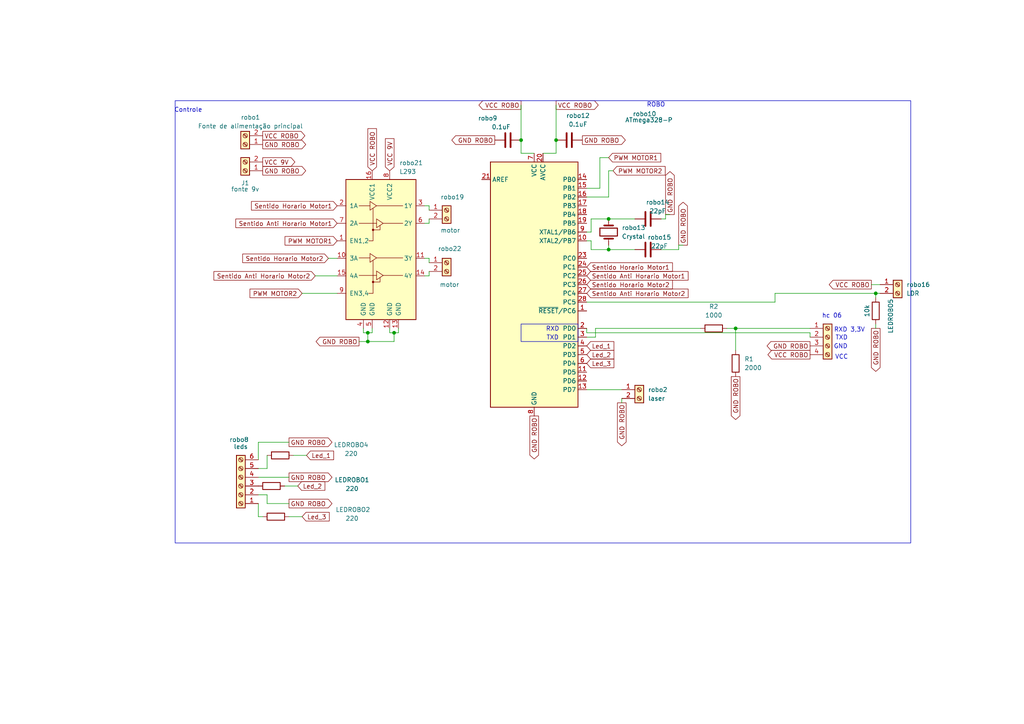
<source format=kicad_sch>
(kicad_sch
	(version 20250114)
	(generator "eeschema")
	(generator_version "9.0")
	(uuid "25cbad4a-c243-42f1-9b46-8aa805db98e4")
	(paper "A4")
	(lib_symbols
		(symbol "Connector:Screw_Terminal_01x02"
			(pin_names
				(offset 1.016)
				(hide yes)
			)
			(exclude_from_sim no)
			(in_bom yes)
			(on_board yes)
			(property "Reference" "J"
				(at 0 2.54 0)
				(effects
					(font
						(size 1.27 1.27)
					)
				)
			)
			(property "Value" "Screw_Terminal_01x02"
				(at 0 -5.08 0)
				(effects
					(font
						(size 1.27 1.27)
					)
				)
			)
			(property "Footprint" ""
				(at 0 0 0)
				(effects
					(font
						(size 1.27 1.27)
					)
					(hide yes)
				)
			)
			(property "Datasheet" "~"
				(at 0 0 0)
				(effects
					(font
						(size 1.27 1.27)
					)
					(hide yes)
				)
			)
			(property "Description" "Generic screw terminal, single row, 01x02, script generated (kicad-library-utils/schlib/autogen/connector/)"
				(at 0 0 0)
				(effects
					(font
						(size 1.27 1.27)
					)
					(hide yes)
				)
			)
			(property "ki_keywords" "screw terminal"
				(at 0 0 0)
				(effects
					(font
						(size 1.27 1.27)
					)
					(hide yes)
				)
			)
			(property "ki_fp_filters" "TerminalBlock*:*"
				(at 0 0 0)
				(effects
					(font
						(size 1.27 1.27)
					)
					(hide yes)
				)
			)
			(symbol "Screw_Terminal_01x02_1_1"
				(rectangle
					(start -1.27 1.27)
					(end 1.27 -3.81)
					(stroke
						(width 0.254)
						(type default)
					)
					(fill
						(type background)
					)
				)
				(polyline
					(pts
						(xy -0.5334 0.3302) (xy 0.3302 -0.508)
					)
					(stroke
						(width 0.1524)
						(type default)
					)
					(fill
						(type none)
					)
				)
				(polyline
					(pts
						(xy -0.5334 -2.2098) (xy 0.3302 -3.048)
					)
					(stroke
						(width 0.1524)
						(type default)
					)
					(fill
						(type none)
					)
				)
				(polyline
					(pts
						(xy -0.3556 0.508) (xy 0.508 -0.3302)
					)
					(stroke
						(width 0.1524)
						(type default)
					)
					(fill
						(type none)
					)
				)
				(polyline
					(pts
						(xy -0.3556 -2.032) (xy 0.508 -2.8702)
					)
					(stroke
						(width 0.1524)
						(type default)
					)
					(fill
						(type none)
					)
				)
				(circle
					(center 0 0)
					(radius 0.635)
					(stroke
						(width 0.1524)
						(type default)
					)
					(fill
						(type none)
					)
				)
				(circle
					(center 0 -2.54)
					(radius 0.635)
					(stroke
						(width 0.1524)
						(type default)
					)
					(fill
						(type none)
					)
				)
				(pin passive line
					(at -5.08 0 0)
					(length 3.81)
					(name "Pin_1"
						(effects
							(font
								(size 1.27 1.27)
							)
						)
					)
					(number "1"
						(effects
							(font
								(size 1.27 1.27)
							)
						)
					)
				)
				(pin passive line
					(at -5.08 -2.54 0)
					(length 3.81)
					(name "Pin_2"
						(effects
							(font
								(size 1.27 1.27)
							)
						)
					)
					(number "2"
						(effects
							(font
								(size 1.27 1.27)
							)
						)
					)
				)
			)
			(embedded_fonts no)
		)
		(symbol "Connector:Screw_Terminal_01x04"
			(pin_names
				(offset 1.016)
				(hide yes)
			)
			(exclude_from_sim no)
			(in_bom yes)
			(on_board yes)
			(property "Reference" "J"
				(at 0 5.08 0)
				(effects
					(font
						(size 1.27 1.27)
					)
				)
			)
			(property "Value" "Screw_Terminal_01x04"
				(at 0 -7.62 0)
				(effects
					(font
						(size 1.27 1.27)
					)
				)
			)
			(property "Footprint" ""
				(at 0 0 0)
				(effects
					(font
						(size 1.27 1.27)
					)
					(hide yes)
				)
			)
			(property "Datasheet" "~"
				(at 0 0 0)
				(effects
					(font
						(size 1.27 1.27)
					)
					(hide yes)
				)
			)
			(property "Description" "Generic screw terminal, single row, 01x04, script generated (kicad-library-utils/schlib/autogen/connector/)"
				(at 0 0 0)
				(effects
					(font
						(size 1.27 1.27)
					)
					(hide yes)
				)
			)
			(property "ki_keywords" "screw terminal"
				(at 0 0 0)
				(effects
					(font
						(size 1.27 1.27)
					)
					(hide yes)
				)
			)
			(property "ki_fp_filters" "TerminalBlock*:*"
				(at 0 0 0)
				(effects
					(font
						(size 1.27 1.27)
					)
					(hide yes)
				)
			)
			(symbol "Screw_Terminal_01x04_1_1"
				(rectangle
					(start -1.27 3.81)
					(end 1.27 -6.35)
					(stroke
						(width 0.254)
						(type default)
					)
					(fill
						(type background)
					)
				)
				(polyline
					(pts
						(xy -0.5334 2.8702) (xy 0.3302 2.032)
					)
					(stroke
						(width 0.1524)
						(type default)
					)
					(fill
						(type none)
					)
				)
				(polyline
					(pts
						(xy -0.5334 0.3302) (xy 0.3302 -0.508)
					)
					(stroke
						(width 0.1524)
						(type default)
					)
					(fill
						(type none)
					)
				)
				(polyline
					(pts
						(xy -0.5334 -2.2098) (xy 0.3302 -3.048)
					)
					(stroke
						(width 0.1524)
						(type default)
					)
					(fill
						(type none)
					)
				)
				(polyline
					(pts
						(xy -0.5334 -4.7498) (xy 0.3302 -5.588)
					)
					(stroke
						(width 0.1524)
						(type default)
					)
					(fill
						(type none)
					)
				)
				(polyline
					(pts
						(xy -0.3556 3.048) (xy 0.508 2.2098)
					)
					(stroke
						(width 0.1524)
						(type default)
					)
					(fill
						(type none)
					)
				)
				(polyline
					(pts
						(xy -0.3556 0.508) (xy 0.508 -0.3302)
					)
					(stroke
						(width 0.1524)
						(type default)
					)
					(fill
						(type none)
					)
				)
				(polyline
					(pts
						(xy -0.3556 -2.032) (xy 0.508 -2.8702)
					)
					(stroke
						(width 0.1524)
						(type default)
					)
					(fill
						(type none)
					)
				)
				(polyline
					(pts
						(xy -0.3556 -4.572) (xy 0.508 -5.4102)
					)
					(stroke
						(width 0.1524)
						(type default)
					)
					(fill
						(type none)
					)
				)
				(circle
					(center 0 2.54)
					(radius 0.635)
					(stroke
						(width 0.1524)
						(type default)
					)
					(fill
						(type none)
					)
				)
				(circle
					(center 0 0)
					(radius 0.635)
					(stroke
						(width 0.1524)
						(type default)
					)
					(fill
						(type none)
					)
				)
				(circle
					(center 0 -2.54)
					(radius 0.635)
					(stroke
						(width 0.1524)
						(type default)
					)
					(fill
						(type none)
					)
				)
				(circle
					(center 0 -5.08)
					(radius 0.635)
					(stroke
						(width 0.1524)
						(type default)
					)
					(fill
						(type none)
					)
				)
				(pin passive line
					(at -5.08 2.54 0)
					(length 3.81)
					(name "Pin_1"
						(effects
							(font
								(size 1.27 1.27)
							)
						)
					)
					(number "1"
						(effects
							(font
								(size 1.27 1.27)
							)
						)
					)
				)
				(pin passive line
					(at -5.08 0 0)
					(length 3.81)
					(name "Pin_2"
						(effects
							(font
								(size 1.27 1.27)
							)
						)
					)
					(number "2"
						(effects
							(font
								(size 1.27 1.27)
							)
						)
					)
				)
				(pin passive line
					(at -5.08 -2.54 0)
					(length 3.81)
					(name "Pin_3"
						(effects
							(font
								(size 1.27 1.27)
							)
						)
					)
					(number "3"
						(effects
							(font
								(size 1.27 1.27)
							)
						)
					)
				)
				(pin passive line
					(at -5.08 -5.08 0)
					(length 3.81)
					(name "Pin_4"
						(effects
							(font
								(size 1.27 1.27)
							)
						)
					)
					(number "4"
						(effects
							(font
								(size 1.27 1.27)
							)
						)
					)
				)
			)
			(embedded_fonts no)
		)
		(symbol "Connector:Screw_Terminal_01x06"
			(pin_names
				(offset 1.016)
				(hide yes)
			)
			(exclude_from_sim no)
			(in_bom yes)
			(on_board yes)
			(property "Reference" "J"
				(at 0 7.62 0)
				(effects
					(font
						(size 1.27 1.27)
					)
				)
			)
			(property "Value" "Screw_Terminal_01x06"
				(at 0 -10.16 0)
				(effects
					(font
						(size 1.27 1.27)
					)
				)
			)
			(property "Footprint" ""
				(at 0 0 0)
				(effects
					(font
						(size 1.27 1.27)
					)
					(hide yes)
				)
			)
			(property "Datasheet" "~"
				(at 0 0 0)
				(effects
					(font
						(size 1.27 1.27)
					)
					(hide yes)
				)
			)
			(property "Description" "Generic screw terminal, single row, 01x06, script generated (kicad-library-utils/schlib/autogen/connector/)"
				(at 0 0 0)
				(effects
					(font
						(size 1.27 1.27)
					)
					(hide yes)
				)
			)
			(property "ki_keywords" "screw terminal"
				(at 0 0 0)
				(effects
					(font
						(size 1.27 1.27)
					)
					(hide yes)
				)
			)
			(property "ki_fp_filters" "TerminalBlock*:*"
				(at 0 0 0)
				(effects
					(font
						(size 1.27 1.27)
					)
					(hide yes)
				)
			)
			(symbol "Screw_Terminal_01x06_1_1"
				(rectangle
					(start -1.27 6.35)
					(end 1.27 -8.89)
					(stroke
						(width 0.254)
						(type default)
					)
					(fill
						(type background)
					)
				)
				(polyline
					(pts
						(xy -0.5334 5.4102) (xy 0.3302 4.572)
					)
					(stroke
						(width 0.1524)
						(type default)
					)
					(fill
						(type none)
					)
				)
				(polyline
					(pts
						(xy -0.5334 2.8702) (xy 0.3302 2.032)
					)
					(stroke
						(width 0.1524)
						(type default)
					)
					(fill
						(type none)
					)
				)
				(polyline
					(pts
						(xy -0.5334 0.3302) (xy 0.3302 -0.508)
					)
					(stroke
						(width 0.1524)
						(type default)
					)
					(fill
						(type none)
					)
				)
				(polyline
					(pts
						(xy -0.5334 -2.2098) (xy 0.3302 -3.048)
					)
					(stroke
						(width 0.1524)
						(type default)
					)
					(fill
						(type none)
					)
				)
				(polyline
					(pts
						(xy -0.5334 -4.7498) (xy 0.3302 -5.588)
					)
					(stroke
						(width 0.1524)
						(type default)
					)
					(fill
						(type none)
					)
				)
				(polyline
					(pts
						(xy -0.5334 -7.2898) (xy 0.3302 -8.128)
					)
					(stroke
						(width 0.1524)
						(type default)
					)
					(fill
						(type none)
					)
				)
				(polyline
					(pts
						(xy -0.3556 5.588) (xy 0.508 4.7498)
					)
					(stroke
						(width 0.1524)
						(type default)
					)
					(fill
						(type none)
					)
				)
				(polyline
					(pts
						(xy -0.3556 3.048) (xy 0.508 2.2098)
					)
					(stroke
						(width 0.1524)
						(type default)
					)
					(fill
						(type none)
					)
				)
				(polyline
					(pts
						(xy -0.3556 0.508) (xy 0.508 -0.3302)
					)
					(stroke
						(width 0.1524)
						(type default)
					)
					(fill
						(type none)
					)
				)
				(polyline
					(pts
						(xy -0.3556 -2.032) (xy 0.508 -2.8702)
					)
					(stroke
						(width 0.1524)
						(type default)
					)
					(fill
						(type none)
					)
				)
				(polyline
					(pts
						(xy -0.3556 -4.572) (xy 0.508 -5.4102)
					)
					(stroke
						(width 0.1524)
						(type default)
					)
					(fill
						(type none)
					)
				)
				(polyline
					(pts
						(xy -0.3556 -7.112) (xy 0.508 -7.9502)
					)
					(stroke
						(width 0.1524)
						(type default)
					)
					(fill
						(type none)
					)
				)
				(circle
					(center 0 5.08)
					(radius 0.635)
					(stroke
						(width 0.1524)
						(type default)
					)
					(fill
						(type none)
					)
				)
				(circle
					(center 0 2.54)
					(radius 0.635)
					(stroke
						(width 0.1524)
						(type default)
					)
					(fill
						(type none)
					)
				)
				(circle
					(center 0 0)
					(radius 0.635)
					(stroke
						(width 0.1524)
						(type default)
					)
					(fill
						(type none)
					)
				)
				(circle
					(center 0 -2.54)
					(radius 0.635)
					(stroke
						(width 0.1524)
						(type default)
					)
					(fill
						(type none)
					)
				)
				(circle
					(center 0 -5.08)
					(radius 0.635)
					(stroke
						(width 0.1524)
						(type default)
					)
					(fill
						(type none)
					)
				)
				(circle
					(center 0 -7.62)
					(radius 0.635)
					(stroke
						(width 0.1524)
						(type default)
					)
					(fill
						(type none)
					)
				)
				(pin passive line
					(at -5.08 5.08 0)
					(length 3.81)
					(name "Pin_1"
						(effects
							(font
								(size 1.27 1.27)
							)
						)
					)
					(number "1"
						(effects
							(font
								(size 1.27 1.27)
							)
						)
					)
				)
				(pin passive line
					(at -5.08 2.54 0)
					(length 3.81)
					(name "Pin_2"
						(effects
							(font
								(size 1.27 1.27)
							)
						)
					)
					(number "2"
						(effects
							(font
								(size 1.27 1.27)
							)
						)
					)
				)
				(pin passive line
					(at -5.08 0 0)
					(length 3.81)
					(name "Pin_3"
						(effects
							(font
								(size 1.27 1.27)
							)
						)
					)
					(number "3"
						(effects
							(font
								(size 1.27 1.27)
							)
						)
					)
				)
				(pin passive line
					(at -5.08 -2.54 0)
					(length 3.81)
					(name "Pin_4"
						(effects
							(font
								(size 1.27 1.27)
							)
						)
					)
					(number "4"
						(effects
							(font
								(size 1.27 1.27)
							)
						)
					)
				)
				(pin passive line
					(at -5.08 -5.08 0)
					(length 3.81)
					(name "Pin_5"
						(effects
							(font
								(size 1.27 1.27)
							)
						)
					)
					(number "5"
						(effects
							(font
								(size 1.27 1.27)
							)
						)
					)
				)
				(pin passive line
					(at -5.08 -7.62 0)
					(length 3.81)
					(name "Pin_6"
						(effects
							(font
								(size 1.27 1.27)
							)
						)
					)
					(number "6"
						(effects
							(font
								(size 1.27 1.27)
							)
						)
					)
				)
			)
			(embedded_fonts no)
		)
		(symbol "Device:C"
			(pin_numbers
				(hide yes)
			)
			(pin_names
				(offset 0.254)
			)
			(exclude_from_sim no)
			(in_bom yes)
			(on_board yes)
			(property "Reference" "C"
				(at 0.635 2.54 0)
				(effects
					(font
						(size 1.27 1.27)
					)
					(justify left)
				)
			)
			(property "Value" "C"
				(at 0.635 -2.54 0)
				(effects
					(font
						(size 1.27 1.27)
					)
					(justify left)
				)
			)
			(property "Footprint" ""
				(at 0.9652 -3.81 0)
				(effects
					(font
						(size 1.27 1.27)
					)
					(hide yes)
				)
			)
			(property "Datasheet" "~"
				(at 0 0 0)
				(effects
					(font
						(size 1.27 1.27)
					)
					(hide yes)
				)
			)
			(property "Description" "Unpolarized capacitor"
				(at 0 0 0)
				(effects
					(font
						(size 1.27 1.27)
					)
					(hide yes)
				)
			)
			(property "ki_keywords" "cap capacitor"
				(at 0 0 0)
				(effects
					(font
						(size 1.27 1.27)
					)
					(hide yes)
				)
			)
			(property "ki_fp_filters" "C_*"
				(at 0 0 0)
				(effects
					(font
						(size 1.27 1.27)
					)
					(hide yes)
				)
			)
			(symbol "C_0_1"
				(polyline
					(pts
						(xy -2.032 0.762) (xy 2.032 0.762)
					)
					(stroke
						(width 0.508)
						(type default)
					)
					(fill
						(type none)
					)
				)
				(polyline
					(pts
						(xy -2.032 -0.762) (xy 2.032 -0.762)
					)
					(stroke
						(width 0.508)
						(type default)
					)
					(fill
						(type none)
					)
				)
			)
			(symbol "C_1_1"
				(pin passive line
					(at 0 3.81 270)
					(length 2.794)
					(name "~"
						(effects
							(font
								(size 1.27 1.27)
							)
						)
					)
					(number "1"
						(effects
							(font
								(size 1.27 1.27)
							)
						)
					)
				)
				(pin passive line
					(at 0 -3.81 90)
					(length 2.794)
					(name "~"
						(effects
							(font
								(size 1.27 1.27)
							)
						)
					)
					(number "2"
						(effects
							(font
								(size 1.27 1.27)
							)
						)
					)
				)
			)
			(embedded_fonts no)
		)
		(symbol "Device:Crystal"
			(pin_numbers
				(hide yes)
			)
			(pin_names
				(offset 1.016)
				(hide yes)
			)
			(exclude_from_sim no)
			(in_bom yes)
			(on_board yes)
			(property "Reference" "Y"
				(at 0 3.81 0)
				(effects
					(font
						(size 1.27 1.27)
					)
				)
			)
			(property "Value" "Crystal"
				(at 0 -3.81 0)
				(effects
					(font
						(size 1.27 1.27)
					)
				)
			)
			(property "Footprint" ""
				(at 0 0 0)
				(effects
					(font
						(size 1.27 1.27)
					)
					(hide yes)
				)
			)
			(property "Datasheet" "~"
				(at 0 0 0)
				(effects
					(font
						(size 1.27 1.27)
					)
					(hide yes)
				)
			)
			(property "Description" "Two pin crystal"
				(at 0 0 0)
				(effects
					(font
						(size 1.27 1.27)
					)
					(hide yes)
				)
			)
			(property "ki_keywords" "quartz ceramic resonator oscillator"
				(at 0 0 0)
				(effects
					(font
						(size 1.27 1.27)
					)
					(hide yes)
				)
			)
			(property "ki_fp_filters" "Crystal*"
				(at 0 0 0)
				(effects
					(font
						(size 1.27 1.27)
					)
					(hide yes)
				)
			)
			(symbol "Crystal_0_1"
				(polyline
					(pts
						(xy -2.54 0) (xy -1.905 0)
					)
					(stroke
						(width 0)
						(type default)
					)
					(fill
						(type none)
					)
				)
				(polyline
					(pts
						(xy -1.905 -1.27) (xy -1.905 1.27)
					)
					(stroke
						(width 0.508)
						(type default)
					)
					(fill
						(type none)
					)
				)
				(rectangle
					(start -1.143 2.54)
					(end 1.143 -2.54)
					(stroke
						(width 0.3048)
						(type default)
					)
					(fill
						(type none)
					)
				)
				(polyline
					(pts
						(xy 1.905 -1.27) (xy 1.905 1.27)
					)
					(stroke
						(width 0.508)
						(type default)
					)
					(fill
						(type none)
					)
				)
				(polyline
					(pts
						(xy 2.54 0) (xy 1.905 0)
					)
					(stroke
						(width 0)
						(type default)
					)
					(fill
						(type none)
					)
				)
			)
			(symbol "Crystal_1_1"
				(pin passive line
					(at -3.81 0 0)
					(length 1.27)
					(name "1"
						(effects
							(font
								(size 1.27 1.27)
							)
						)
					)
					(number "1"
						(effects
							(font
								(size 1.27 1.27)
							)
						)
					)
				)
				(pin passive line
					(at 3.81 0 180)
					(length 1.27)
					(name "2"
						(effects
							(font
								(size 1.27 1.27)
							)
						)
					)
					(number "2"
						(effects
							(font
								(size 1.27 1.27)
							)
						)
					)
				)
			)
			(embedded_fonts no)
		)
		(symbol "Device:R"
			(pin_numbers
				(hide yes)
			)
			(pin_names
				(offset 0)
			)
			(exclude_from_sim no)
			(in_bom yes)
			(on_board yes)
			(property "Reference" "R"
				(at 2.032 0 90)
				(effects
					(font
						(size 1.27 1.27)
					)
				)
			)
			(property "Value" "R"
				(at 0 0 90)
				(effects
					(font
						(size 1.27 1.27)
					)
				)
			)
			(property "Footprint" ""
				(at -1.778 0 90)
				(effects
					(font
						(size 1.27 1.27)
					)
					(hide yes)
				)
			)
			(property "Datasheet" "~"
				(at 0 0 0)
				(effects
					(font
						(size 1.27 1.27)
					)
					(hide yes)
				)
			)
			(property "Description" "Resistor"
				(at 0 0 0)
				(effects
					(font
						(size 1.27 1.27)
					)
					(hide yes)
				)
			)
			(property "ki_keywords" "R res resistor"
				(at 0 0 0)
				(effects
					(font
						(size 1.27 1.27)
					)
					(hide yes)
				)
			)
			(property "ki_fp_filters" "R_*"
				(at 0 0 0)
				(effects
					(font
						(size 1.27 1.27)
					)
					(hide yes)
				)
			)
			(symbol "R_0_1"
				(rectangle
					(start -1.016 -2.54)
					(end 1.016 2.54)
					(stroke
						(width 0.254)
						(type default)
					)
					(fill
						(type none)
					)
				)
			)
			(symbol "R_1_1"
				(pin passive line
					(at 0 3.81 270)
					(length 1.27)
					(name "~"
						(effects
							(font
								(size 1.27 1.27)
							)
						)
					)
					(number "1"
						(effects
							(font
								(size 1.27 1.27)
							)
						)
					)
				)
				(pin passive line
					(at 0 -3.81 90)
					(length 1.27)
					(name "~"
						(effects
							(font
								(size 1.27 1.27)
							)
						)
					)
					(number "2"
						(effects
							(font
								(size 1.27 1.27)
							)
						)
					)
				)
			)
			(embedded_fonts no)
		)
		(symbol "Driver_Motor:L293"
			(pin_names
				(offset 1.016)
			)
			(exclude_from_sim no)
			(in_bom yes)
			(on_board yes)
			(property "Reference" "U"
				(at -5.08 26.035 0)
				(effects
					(font
						(size 1.27 1.27)
					)
					(justify right)
				)
			)
			(property "Value" "L293"
				(at -5.08 24.13 0)
				(effects
					(font
						(size 1.27 1.27)
					)
					(justify right)
				)
			)
			(property "Footprint" "Package_DIP:DIP-16_W7.62mm"
				(at 6.35 -19.05 0)
				(effects
					(font
						(size 1.27 1.27)
					)
					(justify left)
					(hide yes)
				)
			)
			(property "Datasheet" "http://www.ti.com/lit/ds/symlink/l293.pdf"
				(at -7.62 17.78 0)
				(effects
					(font
						(size 1.27 1.27)
					)
					(hide yes)
				)
			)
			(property "Description" "Quadruple Half-H Drivers"
				(at 0 0 0)
				(effects
					(font
						(size 1.27 1.27)
					)
					(hide yes)
				)
			)
			(property "ki_keywords" "Half-H Driver Motor"
				(at 0 0 0)
				(effects
					(font
						(size 1.27 1.27)
					)
					(hide yes)
				)
			)
			(property "ki_fp_filters" "DIP*W7.62mm*"
				(at 0 0 0)
				(effects
					(font
						(size 1.27 1.27)
					)
					(hide yes)
				)
			)
			(symbol "L293_0_1"
				(rectangle
					(start -10.16 22.86)
					(end 10.16 -17.78)
					(stroke
						(width 0.254)
						(type default)
					)
					(fill
						(type background)
					)
				)
				(polyline
					(pts
						(xy -6.35 15.24) (xy -3.175 15.24)
					)
					(stroke
						(width 0)
						(type default)
					)
					(fill
						(type none)
					)
				)
				(polyline
					(pts
						(xy -6.35 10.16) (xy -1.27 10.16)
					)
					(stroke
						(width 0)
						(type default)
					)
					(fill
						(type none)
					)
				)
				(polyline
					(pts
						(xy -6.35 0.127) (xy -3.175 0.127)
					)
					(stroke
						(width 0)
						(type default)
					)
					(fill
						(type none)
					)
				)
				(polyline
					(pts
						(xy -6.35 -4.953) (xy -1.27 -4.953)
					)
					(stroke
						(width 0)
						(type default)
					)
					(fill
						(type none)
					)
				)
				(polyline
					(pts
						(xy -3.175 16.51) (xy -3.175 13.97) (xy -1.27 15.24) (xy -3.175 16.51)
					)
					(stroke
						(width 0)
						(type default)
					)
					(fill
						(type none)
					)
				)
				(polyline
					(pts
						(xy -3.175 1.397) (xy -3.175 -1.143) (xy -1.27 0.127) (xy -3.175 1.397)
					)
					(stroke
						(width 0)
						(type default)
					)
					(fill
						(type none)
					)
				)
				(polyline
					(pts
						(xy -2.286 14.478) (xy -2.286 5.08) (xy -3.556 5.08)
					)
					(stroke
						(width 0)
						(type default)
					)
					(fill
						(type none)
					)
				)
				(circle
					(center -2.286 8.255)
					(radius 0.254)
					(stroke
						(width 0)
						(type default)
					)
					(fill
						(type outline)
					)
				)
				(polyline
					(pts
						(xy -2.286 8.255) (xy -0.254 8.255) (xy -0.254 9.525)
					)
					(stroke
						(width 0)
						(type default)
					)
					(fill
						(type none)
					)
				)
				(polyline
					(pts
						(xy -2.286 -0.635) (xy -2.286 -10.16) (xy -3.556 -10.16)
					)
					(stroke
						(width 0)
						(type default)
					)
					(fill
						(type none)
					)
				)
				(circle
					(center -2.286 -6.858)
					(radius 0.254)
					(stroke
						(width 0)
						(type default)
					)
					(fill
						(type outline)
					)
				)
				(polyline
					(pts
						(xy -2.286 -6.858) (xy -0.254 -6.858) (xy -0.254 -5.588)
					)
					(stroke
						(width 0)
						(type default)
					)
					(fill
						(type none)
					)
				)
				(polyline
					(pts
						(xy -1.27 15.24) (xy 6.35 15.24)
					)
					(stroke
						(width 0)
						(type default)
					)
					(fill
						(type none)
					)
				)
				(polyline
					(pts
						(xy -1.27 11.43) (xy -1.27 8.89) (xy 0.635 10.16) (xy -1.27 11.43)
					)
					(stroke
						(width 0)
						(type default)
					)
					(fill
						(type none)
					)
				)
				(polyline
					(pts
						(xy -1.27 0.127) (xy 6.35 0.127)
					)
					(stroke
						(width 0)
						(type default)
					)
					(fill
						(type none)
					)
				)
				(polyline
					(pts
						(xy -1.27 -3.683) (xy -1.27 -6.223) (xy 0.635 -4.953) (xy -1.27 -3.683)
					)
					(stroke
						(width 0)
						(type default)
					)
					(fill
						(type none)
					)
				)
				(polyline
					(pts
						(xy 0.635 10.16) (xy 6.35 10.16)
					)
					(stroke
						(width 0)
						(type default)
					)
					(fill
						(type none)
					)
				)
				(polyline
					(pts
						(xy 0.635 -4.953) (xy 6.35 -4.953)
					)
					(stroke
						(width 0)
						(type default)
					)
					(fill
						(type none)
					)
				)
			)
			(symbol "L293_1_1"
				(pin input line
					(at -12.7 15.24 0)
					(length 2.54)
					(name "1A"
						(effects
							(font
								(size 1.27 1.27)
							)
						)
					)
					(number "2"
						(effects
							(font
								(size 1.27 1.27)
							)
						)
					)
				)
				(pin input line
					(at -12.7 10.16 0)
					(length 2.54)
					(name "2A"
						(effects
							(font
								(size 1.27 1.27)
							)
						)
					)
					(number "7"
						(effects
							(font
								(size 1.27 1.27)
							)
						)
					)
				)
				(pin input line
					(at -12.7 5.08 0)
					(length 2.54)
					(name "EN1,2"
						(effects
							(font
								(size 1.27 1.27)
							)
						)
					)
					(number "1"
						(effects
							(font
								(size 1.27 1.27)
							)
						)
					)
				)
				(pin input line
					(at -12.7 0 0)
					(length 2.54)
					(name "3A"
						(effects
							(font
								(size 1.27 1.27)
							)
						)
					)
					(number "10"
						(effects
							(font
								(size 1.27 1.27)
							)
						)
					)
				)
				(pin input line
					(at -12.7 -5.08 0)
					(length 2.54)
					(name "4A"
						(effects
							(font
								(size 1.27 1.27)
							)
						)
					)
					(number "15"
						(effects
							(font
								(size 1.27 1.27)
							)
						)
					)
				)
				(pin input line
					(at -12.7 -10.16 0)
					(length 2.54)
					(name "EN3,4"
						(effects
							(font
								(size 1.27 1.27)
							)
						)
					)
					(number "9"
						(effects
							(font
								(size 1.27 1.27)
							)
						)
					)
				)
				(pin power_in line
					(at -5.08 -20.32 90)
					(length 2.54)
					(name "GND"
						(effects
							(font
								(size 1.27 1.27)
							)
						)
					)
					(number "4"
						(effects
							(font
								(size 1.27 1.27)
							)
						)
					)
				)
				(pin power_in line
					(at -2.54 25.4 270)
					(length 2.54)
					(name "VCC1"
						(effects
							(font
								(size 1.27 1.27)
							)
						)
					)
					(number "16"
						(effects
							(font
								(size 1.27 1.27)
							)
						)
					)
				)
				(pin power_in line
					(at -2.54 -20.32 90)
					(length 2.54)
					(name "GND"
						(effects
							(font
								(size 1.27 1.27)
							)
						)
					)
					(number "5"
						(effects
							(font
								(size 1.27 1.27)
							)
						)
					)
				)
				(pin power_in line
					(at 2.54 25.4 270)
					(length 2.54)
					(name "VCC2"
						(effects
							(font
								(size 1.27 1.27)
							)
						)
					)
					(number "8"
						(effects
							(font
								(size 1.27 1.27)
							)
						)
					)
				)
				(pin power_in line
					(at 2.54 -20.32 90)
					(length 2.54)
					(name "GND"
						(effects
							(font
								(size 1.27 1.27)
							)
						)
					)
					(number "12"
						(effects
							(font
								(size 1.27 1.27)
							)
						)
					)
				)
				(pin power_in line
					(at 5.08 -20.32 90)
					(length 2.54)
					(name "GND"
						(effects
							(font
								(size 1.27 1.27)
							)
						)
					)
					(number "13"
						(effects
							(font
								(size 1.27 1.27)
							)
						)
					)
				)
				(pin output line
					(at 12.7 15.24 180)
					(length 2.54)
					(name "1Y"
						(effects
							(font
								(size 1.27 1.27)
							)
						)
					)
					(number "3"
						(effects
							(font
								(size 1.27 1.27)
							)
						)
					)
				)
				(pin output line
					(at 12.7 10.16 180)
					(length 2.54)
					(name "2Y"
						(effects
							(font
								(size 1.27 1.27)
							)
						)
					)
					(number "6"
						(effects
							(font
								(size 1.27 1.27)
							)
						)
					)
				)
				(pin output line
					(at 12.7 0 180)
					(length 2.54)
					(name "3Y"
						(effects
							(font
								(size 1.27 1.27)
							)
						)
					)
					(number "11"
						(effects
							(font
								(size 1.27 1.27)
							)
						)
					)
				)
				(pin output line
					(at 12.7 -5.08 180)
					(length 2.54)
					(name "4Y"
						(effects
							(font
								(size 1.27 1.27)
							)
						)
					)
					(number "14"
						(effects
							(font
								(size 1.27 1.27)
							)
						)
					)
				)
			)
			(embedded_fonts no)
		)
		(symbol "MCU_Microchip_ATmega:ATmega328-P"
			(exclude_from_sim no)
			(in_bom yes)
			(on_board yes)
			(property "Reference" "U"
				(at -12.7 36.83 0)
				(effects
					(font
						(size 1.27 1.27)
					)
					(justify left bottom)
				)
			)
			(property "Value" "ATmega328-P"
				(at 2.54 -36.83 0)
				(effects
					(font
						(size 1.27 1.27)
					)
					(justify left top)
				)
			)
			(property "Footprint" "Package_DIP:DIP-28_W7.62mm"
				(at 0 0 0)
				(effects
					(font
						(size 1.27 1.27)
						(italic yes)
					)
					(hide yes)
				)
			)
			(property "Datasheet" "http://ww1.microchip.com/downloads/en/DeviceDoc/ATmega328_P%20AVR%20MCU%20with%20picoPower%20Technology%20Data%20Sheet%2040001984A.pdf"
				(at 0 0 0)
				(effects
					(font
						(size 1.27 1.27)
					)
					(hide yes)
				)
			)
			(property "Description" "20MHz, 32kB Flash, 2kB SRAM, 1kB EEPROM, DIP-28"
				(at 0 0 0)
				(effects
					(font
						(size 1.27 1.27)
					)
					(hide yes)
				)
			)
			(property "ki_keywords" "AVR 8bit Microcontroller MegaAVR"
				(at 0 0 0)
				(effects
					(font
						(size 1.27 1.27)
					)
					(hide yes)
				)
			)
			(property "ki_fp_filters" "DIP*W7.62mm*"
				(at 0 0 0)
				(effects
					(font
						(size 1.27 1.27)
					)
					(hide yes)
				)
			)
			(symbol "ATmega328-P_0_1"
				(rectangle
					(start -12.7 -35.56)
					(end 12.7 35.56)
					(stroke
						(width 0.254)
						(type default)
					)
					(fill
						(type background)
					)
				)
			)
			(symbol "ATmega328-P_1_1"
				(pin passive line
					(at -15.24 30.48 0)
					(length 2.54)
					(name "AREF"
						(effects
							(font
								(size 1.27 1.27)
							)
						)
					)
					(number "21"
						(effects
							(font
								(size 1.27 1.27)
							)
						)
					)
				)
				(pin power_in line
					(at 0 38.1 270)
					(length 2.54)
					(name "VCC"
						(effects
							(font
								(size 1.27 1.27)
							)
						)
					)
					(number "7"
						(effects
							(font
								(size 1.27 1.27)
							)
						)
					)
				)
				(pin passive line
					(at 0 -38.1 90)
					(length 2.54)
					(hide yes)
					(name "GND"
						(effects
							(font
								(size 1.27 1.27)
							)
						)
					)
					(number "22"
						(effects
							(font
								(size 1.27 1.27)
							)
						)
					)
				)
				(pin power_in line
					(at 0 -38.1 90)
					(length 2.54)
					(name "GND"
						(effects
							(font
								(size 1.27 1.27)
							)
						)
					)
					(number "8"
						(effects
							(font
								(size 1.27 1.27)
							)
						)
					)
				)
				(pin power_in line
					(at 2.54 38.1 270)
					(length 2.54)
					(name "AVCC"
						(effects
							(font
								(size 1.27 1.27)
							)
						)
					)
					(number "20"
						(effects
							(font
								(size 1.27 1.27)
							)
						)
					)
				)
				(pin bidirectional line
					(at 15.24 30.48 180)
					(length 2.54)
					(name "PB0"
						(effects
							(font
								(size 1.27 1.27)
							)
						)
					)
					(number "14"
						(effects
							(font
								(size 1.27 1.27)
							)
						)
					)
				)
				(pin bidirectional line
					(at 15.24 27.94 180)
					(length 2.54)
					(name "PB1"
						(effects
							(font
								(size 1.27 1.27)
							)
						)
					)
					(number "15"
						(effects
							(font
								(size 1.27 1.27)
							)
						)
					)
				)
				(pin bidirectional line
					(at 15.24 25.4 180)
					(length 2.54)
					(name "PB2"
						(effects
							(font
								(size 1.27 1.27)
							)
						)
					)
					(number "16"
						(effects
							(font
								(size 1.27 1.27)
							)
						)
					)
				)
				(pin bidirectional line
					(at 15.24 22.86 180)
					(length 2.54)
					(name "PB3"
						(effects
							(font
								(size 1.27 1.27)
							)
						)
					)
					(number "17"
						(effects
							(font
								(size 1.27 1.27)
							)
						)
					)
				)
				(pin bidirectional line
					(at 15.24 20.32 180)
					(length 2.54)
					(name "PB4"
						(effects
							(font
								(size 1.27 1.27)
							)
						)
					)
					(number "18"
						(effects
							(font
								(size 1.27 1.27)
							)
						)
					)
				)
				(pin bidirectional line
					(at 15.24 17.78 180)
					(length 2.54)
					(name "PB5"
						(effects
							(font
								(size 1.27 1.27)
							)
						)
					)
					(number "19"
						(effects
							(font
								(size 1.27 1.27)
							)
						)
					)
				)
				(pin bidirectional line
					(at 15.24 15.24 180)
					(length 2.54)
					(name "XTAL1/PB6"
						(effects
							(font
								(size 1.27 1.27)
							)
						)
					)
					(number "9"
						(effects
							(font
								(size 1.27 1.27)
							)
						)
					)
				)
				(pin bidirectional line
					(at 15.24 12.7 180)
					(length 2.54)
					(name "XTAL2/PB7"
						(effects
							(font
								(size 1.27 1.27)
							)
						)
					)
					(number "10"
						(effects
							(font
								(size 1.27 1.27)
							)
						)
					)
				)
				(pin bidirectional line
					(at 15.24 7.62 180)
					(length 2.54)
					(name "PC0"
						(effects
							(font
								(size 1.27 1.27)
							)
						)
					)
					(number "23"
						(effects
							(font
								(size 1.27 1.27)
							)
						)
					)
				)
				(pin bidirectional line
					(at 15.24 5.08 180)
					(length 2.54)
					(name "PC1"
						(effects
							(font
								(size 1.27 1.27)
							)
						)
					)
					(number "24"
						(effects
							(font
								(size 1.27 1.27)
							)
						)
					)
				)
				(pin bidirectional line
					(at 15.24 2.54 180)
					(length 2.54)
					(name "PC2"
						(effects
							(font
								(size 1.27 1.27)
							)
						)
					)
					(number "25"
						(effects
							(font
								(size 1.27 1.27)
							)
						)
					)
				)
				(pin bidirectional line
					(at 15.24 0 180)
					(length 2.54)
					(name "PC3"
						(effects
							(font
								(size 1.27 1.27)
							)
						)
					)
					(number "26"
						(effects
							(font
								(size 1.27 1.27)
							)
						)
					)
				)
				(pin bidirectional line
					(at 15.24 -2.54 180)
					(length 2.54)
					(name "PC4"
						(effects
							(font
								(size 1.27 1.27)
							)
						)
					)
					(number "27"
						(effects
							(font
								(size 1.27 1.27)
							)
						)
					)
				)
				(pin bidirectional line
					(at 15.24 -5.08 180)
					(length 2.54)
					(name "PC5"
						(effects
							(font
								(size 1.27 1.27)
							)
						)
					)
					(number "28"
						(effects
							(font
								(size 1.27 1.27)
							)
						)
					)
				)
				(pin bidirectional line
					(at 15.24 -7.62 180)
					(length 2.54)
					(name "~{RESET}/PC6"
						(effects
							(font
								(size 1.27 1.27)
							)
						)
					)
					(number "1"
						(effects
							(font
								(size 1.27 1.27)
							)
						)
					)
				)
				(pin bidirectional line
					(at 15.24 -12.7 180)
					(length 2.54)
					(name "PD0"
						(effects
							(font
								(size 1.27 1.27)
							)
						)
					)
					(number "2"
						(effects
							(font
								(size 1.27 1.27)
							)
						)
					)
				)
				(pin bidirectional line
					(at 15.24 -15.24 180)
					(length 2.54)
					(name "PD1"
						(effects
							(font
								(size 1.27 1.27)
							)
						)
					)
					(number "3"
						(effects
							(font
								(size 1.27 1.27)
							)
						)
					)
				)
				(pin bidirectional line
					(at 15.24 -17.78 180)
					(length 2.54)
					(name "PD2"
						(effects
							(font
								(size 1.27 1.27)
							)
						)
					)
					(number "4"
						(effects
							(font
								(size 1.27 1.27)
							)
						)
					)
				)
				(pin bidirectional line
					(at 15.24 -20.32 180)
					(length 2.54)
					(name "PD3"
						(effects
							(font
								(size 1.27 1.27)
							)
						)
					)
					(number "5"
						(effects
							(font
								(size 1.27 1.27)
							)
						)
					)
				)
				(pin bidirectional line
					(at 15.24 -22.86 180)
					(length 2.54)
					(name "PD4"
						(effects
							(font
								(size 1.27 1.27)
							)
						)
					)
					(number "6"
						(effects
							(font
								(size 1.27 1.27)
							)
						)
					)
				)
				(pin bidirectional line
					(at 15.24 -25.4 180)
					(length 2.54)
					(name "PD5"
						(effects
							(font
								(size 1.27 1.27)
							)
						)
					)
					(number "11"
						(effects
							(font
								(size 1.27 1.27)
							)
						)
					)
				)
				(pin bidirectional line
					(at 15.24 -27.94 180)
					(length 2.54)
					(name "PD6"
						(effects
							(font
								(size 1.27 1.27)
							)
						)
					)
					(number "12"
						(effects
							(font
								(size 1.27 1.27)
							)
						)
					)
				)
				(pin bidirectional line
					(at 15.24 -30.48 180)
					(length 2.54)
					(name "PD7"
						(effects
							(font
								(size 1.27 1.27)
							)
						)
					)
					(number "13"
						(effects
							(font
								(size 1.27 1.27)
							)
						)
					)
				)
			)
			(embedded_fonts no)
		)
	)
	(rectangle
		(start 50.8 29.21)
		(end 264.16 157.48)
		(stroke
			(width 0)
			(type default)
		)
		(fill
			(type none)
		)
		(uuid 41401dcd-5e68-4e54-8d0c-a5615f08e23d)
	)
	(rectangle
		(start 151.13 93.98)
		(end 167.64 99.06)
		(stroke
			(width 0)
			(type default)
		)
		(fill
			(type none)
		)
		(uuid 7cfd520b-cde7-43eb-9253-018d0538e9e2)
	)
	(text "ROBO\n"
		(exclude_from_sim no)
		(at 190.246 30.48 0)
		(effects
			(font
				(size 1.27 1.27)
			)
		)
		(uuid "2480d71f-9c18-486d-8979-784bbc2535da")
	)
	(text "RXD 3,3V\n"
		(exclude_from_sim no)
		(at 246.38 95.758 0)
		(effects
			(font
				(size 1.27 1.27)
			)
		)
		(uuid "5e172bfe-c91a-42a4-b1f6-6cc30353efd8")
	)
	(text "GND"
		(exclude_from_sim no)
		(at 243.84 100.584 0)
		(effects
			(font
				(size 1.27 1.27)
			)
		)
		(uuid "6caf6028-2ff4-44f5-a5e7-0b32e7ab3ed8")
	)
	(text "Controle\n"
		(exclude_from_sim no)
		(at 54.61 32.004 0)
		(effects
			(font
				(size 1.27 1.27)
			)
		)
		(uuid "89be2853-1ada-418e-8b7b-bc0b9323b715")
	)
	(text "TXD"
		(exclude_from_sim no)
		(at 160.274 98.044 0)
		(effects
			(font
				(size 1.27 1.27)
			)
		)
		(uuid "9eb0128a-6868-44f6-a0bb-8952e854a1b3")
	)
	(text "VCC"
		(exclude_from_sim no)
		(at 244.094 103.632 0)
		(effects
			(font
				(size 1.27 1.27)
			)
		)
		(uuid "c83375d9-0356-497f-8f49-083678b1141a")
	)
	(text "RXD\n"
		(exclude_from_sim no)
		(at 160.274 95.504 0)
		(effects
			(font
				(size 1.27 1.27)
			)
		)
		(uuid "d4eb1f35-773e-4050-a7be-37970af80cc3")
	)
	(text "TXD"
		(exclude_from_sim no)
		(at 244.094 98.044 0)
		(effects
			(font
				(size 1.27 1.27)
			)
		)
		(uuid "d7275d5d-f376-4723-bb8d-1b8b7847f0f5")
	)
	(text "hc 06"
		(exclude_from_sim no)
		(at 241.3 91.694 0)
		(effects
			(font
				(size 1.27 1.27)
			)
		)
		(uuid "e90a8b2e-6799-4af7-a012-8efa29457129")
	)
	(junction
		(at 176.53 72.39)
		(diameter 0)
		(color 0 0 0 0)
		(uuid "00b8313a-6fa2-432c-8819-db6a4941b75b")
	)
	(junction
		(at 213.36 95.25)
		(diameter 0)
		(color 0 0 0 0)
		(uuid "2171f85e-1290-4eb0-bdd9-7198ce404c83")
	)
	(junction
		(at 254 85.09)
		(diameter 0)
		(color 0 0 0 0)
		(uuid "241a7026-3b05-4839-83bf-286813d99cf5")
	)
	(junction
		(at 114.3 96.52)
		(diameter 0)
		(color 0 0 0 0)
		(uuid "6e52ad09-3e42-4bac-8a71-2aa0e122509f")
	)
	(junction
		(at 176.53 63.5)
		(diameter 0)
		(color 0 0 0 0)
		(uuid "856a3bc2-34ff-484b-9fd5-67c0b69cfb00")
	)
	(junction
		(at 106.68 99.06)
		(diameter 0)
		(color 0 0 0 0)
		(uuid "85a1e0e7-723b-4368-a67f-c377eabb9a26")
	)
	(junction
		(at 106.68 96.52)
		(diameter 0)
		(color 0 0 0 0)
		(uuid "c68d38a8-3334-47e6-8d9a-e9b27449bb43")
	)
	(junction
		(at 161.29 40.64)
		(diameter 0)
		(color 0 0 0 0)
		(uuid "c7db14df-0ba7-4cd5-a673-2630d814994a")
	)
	(junction
		(at 151.13 40.64)
		(diameter 0)
		(color 0 0 0 0)
		(uuid "d02c0ff5-ce63-4ec1-94cb-3188fd6d2749")
	)
	(wire
		(pts
			(xy 124.46 60.96) (xy 124.46 59.69)
		)
		(stroke
			(width 0)
			(type default)
		)
		(uuid "05bb1168-5d6b-494e-952e-86ce5defa0e8")
	)
	(wire
		(pts
			(xy 254 85.09) (xy 255.27 85.09)
		)
		(stroke
			(width 0)
			(type default)
		)
		(uuid "06da5a70-ef57-408a-8bfd-6cc75c236dfc")
	)
	(wire
		(pts
			(xy 105.41 95.25) (xy 105.41 96.52)
		)
		(stroke
			(width 0)
			(type default)
		)
		(uuid "06fa7af6-8132-410c-82da-e0d56606c806")
	)
	(wire
		(pts
			(xy 161.29 30.48) (xy 161.29 40.64)
		)
		(stroke
			(width 0)
			(type default)
		)
		(uuid "08c4205b-70d9-4add-a048-648ef61b0887")
	)
	(wire
		(pts
			(xy 151.13 44.45) (xy 154.94 44.45)
		)
		(stroke
			(width 0)
			(type default)
		)
		(uuid "08e7c0bc-6318-4efd-b4a7-6104cbe6468e")
	)
	(wire
		(pts
			(xy 124.46 80.01) (xy 124.46 78.74)
		)
		(stroke
			(width 0)
			(type default)
		)
		(uuid "0ab2e524-cea6-4d19-b5e4-e13e057b7b01")
	)
	(wire
		(pts
			(xy 87.63 85.09) (xy 97.79 85.09)
		)
		(stroke
			(width 0)
			(type default)
		)
		(uuid "0b2d2e26-8284-4d8a-8314-4a99141279a0")
	)
	(wire
		(pts
			(xy 173.99 54.61) (xy 170.18 54.61)
		)
		(stroke
			(width 0)
			(type default)
		)
		(uuid "0c36a437-306b-4334-9eb2-94153382076a")
	)
	(wire
		(pts
			(xy 74.93 149.86) (xy 76.2 149.86)
		)
		(stroke
			(width 0)
			(type default)
		)
		(uuid "0e87bab1-e7e0-43ed-9793-99a54b4df8de")
	)
	(wire
		(pts
			(xy 115.57 96.52) (xy 115.57 95.25)
		)
		(stroke
			(width 0)
			(type default)
		)
		(uuid "125fdb32-21e3-47c9-a4dc-a92ea4b80fba")
	)
	(wire
		(pts
			(xy 74.93 143.51) (xy 77.47 143.51)
		)
		(stroke
			(width 0)
			(type default)
		)
		(uuid "13651c60-69a8-4645-be57-5bb72cbaeb27")
	)
	(wire
		(pts
			(xy 114.3 96.52) (xy 115.57 96.52)
		)
		(stroke
			(width 0)
			(type default)
		)
		(uuid "15d30229-00ac-4682-b4b0-23112acd1f65")
	)
	(wire
		(pts
			(xy 177.8 49.53) (xy 176.53 49.53)
		)
		(stroke
			(width 0)
			(type default)
		)
		(uuid "160fb003-2849-4104-bea6-acb4443f6123")
	)
	(wire
		(pts
			(xy 107.95 95.25) (xy 107.95 96.52)
		)
		(stroke
			(width 0)
			(type default)
		)
		(uuid "165e6dd0-29fc-4c5a-8de1-ef4fff56ed80")
	)
	(wire
		(pts
			(xy 234.95 96.52) (xy 234.95 97.79)
		)
		(stroke
			(width 0)
			(type default)
		)
		(uuid "187815f7-a31c-4a5d-bac5-9ee60447f5dd")
	)
	(wire
		(pts
			(xy 77.47 132.08) (xy 77.47 135.89)
		)
		(stroke
			(width 0)
			(type default)
		)
		(uuid "1ab02e9f-7163-4cf3-ae75-38c6107729a0")
	)
	(wire
		(pts
			(xy 124.46 74.93) (xy 124.46 76.2)
		)
		(stroke
			(width 0)
			(type default)
		)
		(uuid "1f7268c6-063d-45f7-8973-6c23d6f7b39f")
	)
	(wire
		(pts
			(xy 124.46 64.77) (xy 123.19 64.77)
		)
		(stroke
			(width 0)
			(type default)
		)
		(uuid "271beb26-ed26-46d2-999b-3f2451392e0e")
	)
	(wire
		(pts
			(xy 196.85 71.12) (xy 196.85 72.39)
		)
		(stroke
			(width 0)
			(type default)
		)
		(uuid "277dc8f4-9a8c-49d3-8dc1-1b8e146154ee")
	)
	(wire
		(pts
			(xy 114.3 96.52) (xy 114.3 99.06)
		)
		(stroke
			(width 0)
			(type default)
		)
		(uuid "292e5383-7a5d-4cc4-ad0a-ef3742f1576c")
	)
	(wire
		(pts
			(xy 171.45 67.31) (xy 170.18 67.31)
		)
		(stroke
			(width 0)
			(type default)
		)
		(uuid "2a83dc48-b959-4ecb-b7c1-9edfab965cdc")
	)
	(wire
		(pts
			(xy 176.53 72.39) (xy 184.15 72.39)
		)
		(stroke
			(width 0)
			(type default)
		)
		(uuid "2a8c877b-b468-442f-a9ee-2877d26166b4")
	)
	(wire
		(pts
			(xy 224.79 85.09) (xy 224.79 87.63)
		)
		(stroke
			(width 0)
			(type default)
		)
		(uuid "2ba63ac3-84ad-49cc-8ceb-565236bc1883")
	)
	(wire
		(pts
			(xy 170.18 96.52) (xy 234.95 96.52)
		)
		(stroke
			(width 0)
			(type default)
		)
		(uuid "2db96f62-ec8b-4a69-a36d-eaac2db215ec")
	)
	(wire
		(pts
			(xy 172.72 97.79) (xy 170.18 97.79)
		)
		(stroke
			(width 0)
			(type default)
		)
		(uuid "3442e395-3d49-4c18-8504-1952829742bb")
	)
	(wire
		(pts
			(xy 198.12 71.12) (xy 196.85 71.12)
		)
		(stroke
			(width 0)
			(type default)
		)
		(uuid "36924cd6-19cd-4528-9905-76325d5d59f0")
	)
	(wire
		(pts
			(xy 176.53 57.15) (xy 170.18 57.15)
		)
		(stroke
			(width 0)
			(type default)
		)
		(uuid "3aeaaad2-5ffe-48ef-ae5d-9e9b2b5902e9")
	)
	(wire
		(pts
			(xy 254 85.09) (xy 224.79 85.09)
		)
		(stroke
			(width 0)
			(type default)
		)
		(uuid "3cb604a1-665d-4188-9b90-ed5fb08ba106")
	)
	(wire
		(pts
			(xy 74.93 128.27) (xy 83.82 128.27)
		)
		(stroke
			(width 0)
			(type default)
		)
		(uuid "3d7936d6-8c04-4a14-b2da-7c70e573b816")
	)
	(wire
		(pts
			(xy 171.45 69.85) (xy 170.18 69.85)
		)
		(stroke
			(width 0)
			(type default)
		)
		(uuid "41b20fe1-281b-4198-b5b3-2ac65634f157")
	)
	(wire
		(pts
			(xy 104.14 99.06) (xy 106.68 99.06)
		)
		(stroke
			(width 0)
			(type default)
		)
		(uuid "4f31c678-1c49-4648-97d5-f1303dfc151f")
	)
	(wire
		(pts
			(xy 170.18 113.03) (xy 180.34 113.03)
		)
		(stroke
			(width 0)
			(type default)
		)
		(uuid "5027c6f1-9378-400b-bf02-ddbcc35b3ab5")
	)
	(wire
		(pts
			(xy 203.2 95.25) (xy 172.72 95.25)
		)
		(stroke
			(width 0)
			(type default)
		)
		(uuid "53716355-51ac-4985-b0d5-567069703534")
	)
	(wire
		(pts
			(xy 106.68 99.06) (xy 106.68 96.52)
		)
		(stroke
			(width 0)
			(type default)
		)
		(uuid "59f37df1-1a94-44e6-b8fd-1c0b04331389")
	)
	(wire
		(pts
			(xy 193.04 63.5) (xy 191.77 63.5)
		)
		(stroke
			(width 0)
			(type default)
		)
		(uuid "5a2fc7bb-ade0-4b7e-bee7-349fc4348e12")
	)
	(wire
		(pts
			(xy 176.53 63.5) (xy 171.45 63.5)
		)
		(stroke
			(width 0)
			(type default)
		)
		(uuid "5aee0cef-b945-4b2d-9162-053254867536")
	)
	(wire
		(pts
			(xy 114.3 99.06) (xy 106.68 99.06)
		)
		(stroke
			(width 0)
			(type default)
		)
		(uuid "5b467178-1a1e-4e02-8fd9-021df7344f46")
	)
	(wire
		(pts
			(xy 74.93 138.43) (xy 83.82 138.43)
		)
		(stroke
			(width 0)
			(type default)
		)
		(uuid "63832e7a-5b8b-459f-a03f-fd6b70a8281e")
	)
	(wire
		(pts
			(xy 124.46 59.69) (xy 123.19 59.69)
		)
		(stroke
			(width 0)
			(type default)
		)
		(uuid "63c1d29d-a101-4fb7-b5de-62d92a6ebd13")
	)
	(wire
		(pts
			(xy 95.25 74.93) (xy 97.79 74.93)
		)
		(stroke
			(width 0)
			(type default)
		)
		(uuid "6772928d-c7e8-445f-9f72-3a428488d632")
	)
	(wire
		(pts
			(xy 176.53 63.5) (xy 184.15 63.5)
		)
		(stroke
			(width 0)
			(type default)
		)
		(uuid "68f0eed2-d6d4-4594-abb1-3c824e89e3f5")
	)
	(wire
		(pts
			(xy 123.19 74.93) (xy 124.46 74.93)
		)
		(stroke
			(width 0)
			(type default)
		)
		(uuid "6c0ca9a6-6db7-4184-b54f-1eabe99df8f7")
	)
	(wire
		(pts
			(xy 193.04 62.23) (xy 193.04 63.5)
		)
		(stroke
			(width 0)
			(type default)
		)
		(uuid "6e25e95a-f2f5-4582-aaaf-82daca9c6904")
	)
	(wire
		(pts
			(xy 254 93.98) (xy 254 95.25)
		)
		(stroke
			(width 0)
			(type default)
		)
		(uuid "6e7556e2-3b33-4bfa-98b1-fa102e5a8dd5")
	)
	(wire
		(pts
			(xy 86.36 140.97) (xy 82.55 140.97)
		)
		(stroke
			(width 0)
			(type default)
		)
		(uuid "71732c7f-6b7a-4452-8747-05553e2840fa")
	)
	(wire
		(pts
			(xy 176.53 72.39) (xy 171.45 72.39)
		)
		(stroke
			(width 0)
			(type default)
		)
		(uuid "71b5693d-2853-439b-80a2-fb463c7ce4bb")
	)
	(wire
		(pts
			(xy 74.93 146.05) (xy 74.93 149.86)
		)
		(stroke
			(width 0)
			(type default)
		)
		(uuid "74d743dd-bbe4-4d86-9596-11ee82b1f88b")
	)
	(wire
		(pts
			(xy 106.68 96.52) (xy 107.95 96.52)
		)
		(stroke
			(width 0)
			(type default)
		)
		(uuid "770f0332-0275-43e5-8393-ec6171c9c669")
	)
	(wire
		(pts
			(xy 77.47 143.51) (xy 77.47 146.05)
		)
		(stroke
			(width 0)
			(type default)
		)
		(uuid "786f2dac-c6b1-4e24-b9db-93d8f2ea73fd")
	)
	(wire
		(pts
			(xy 88.9 132.08) (xy 85.09 132.08)
		)
		(stroke
			(width 0)
			(type default)
		)
		(uuid "79c4eb53-582e-485f-aa2e-5cd665b6b26f")
	)
	(wire
		(pts
			(xy 254 86.36) (xy 254 85.09)
		)
		(stroke
			(width 0)
			(type default)
		)
		(uuid "7b2b7344-bc0a-44d2-abef-f3f29573ee55")
	)
	(wire
		(pts
			(xy 151.13 30.48) (xy 151.13 40.64)
		)
		(stroke
			(width 0)
			(type default)
		)
		(uuid "7c1d0fb4-15a3-4eff-8474-5d31a7d82ff2")
	)
	(wire
		(pts
			(xy 176.53 71.12) (xy 176.53 72.39)
		)
		(stroke
			(width 0)
			(type default)
		)
		(uuid "80663ae7-fb97-4092-9233-a7a3149fc36f")
	)
	(wire
		(pts
			(xy 105.41 96.52) (xy 106.68 96.52)
		)
		(stroke
			(width 0)
			(type default)
		)
		(uuid "80853282-4420-4737-8e37-0277030d1b94")
	)
	(wire
		(pts
			(xy 113.03 96.52) (xy 114.3 96.52)
		)
		(stroke
			(width 0)
			(type default)
		)
		(uuid "832574fd-ac4b-469d-8712-b6d14a8f5f16")
	)
	(wire
		(pts
			(xy 252.73 82.55) (xy 255.27 82.55)
		)
		(stroke
			(width 0)
			(type default)
		)
		(uuid "86c40ecd-8fbe-4bcd-a936-8514408c131b")
	)
	(wire
		(pts
			(xy 91.44 80.01) (xy 97.79 80.01)
		)
		(stroke
			(width 0)
			(type default)
		)
		(uuid "8edd9de5-079c-4f2b-a219-1451de7eba07")
	)
	(wire
		(pts
			(xy 176.53 45.72) (xy 173.99 45.72)
		)
		(stroke
			(width 0)
			(type default)
		)
		(uuid "902e0cd2-f738-444d-8b25-d4484702277f")
	)
	(wire
		(pts
			(xy 151.13 40.64) (xy 151.13 44.45)
		)
		(stroke
			(width 0)
			(type default)
		)
		(uuid "9c01fa75-13f6-4555-9394-533ed03312c7")
	)
	(wire
		(pts
			(xy 77.47 135.89) (xy 74.93 135.89)
		)
		(stroke
			(width 0)
			(type default)
		)
		(uuid "9d0e263d-57c8-4902-b4b9-169c9c782479")
	)
	(wire
		(pts
			(xy 77.47 146.05) (xy 83.82 146.05)
		)
		(stroke
			(width 0)
			(type default)
		)
		(uuid "b3ab283f-cac9-4cc7-8153-279df3c88fa2")
	)
	(wire
		(pts
			(xy 172.72 95.25) (xy 172.72 97.79)
		)
		(stroke
			(width 0)
			(type default)
		)
		(uuid "b59a7eef-7c51-47b0-a7ff-3c3da2b7ccdc")
	)
	(wire
		(pts
			(xy 171.45 72.39) (xy 171.45 69.85)
		)
		(stroke
			(width 0)
			(type default)
		)
		(uuid "b9ebe773-6e49-460c-8ed5-5d5e92ca8911")
	)
	(wire
		(pts
			(xy 113.03 95.25) (xy 113.03 96.52)
		)
		(stroke
			(width 0)
			(type default)
		)
		(uuid "bba72709-7097-4aa0-a2fa-0514fec53ebe")
	)
	(wire
		(pts
			(xy 74.93 128.27) (xy 74.93 133.35)
		)
		(stroke
			(width 0)
			(type default)
		)
		(uuid "bd8ed690-3929-44b2-bb31-44d69fd6f3c4")
	)
	(wire
		(pts
			(xy 124.46 63.5) (xy 124.46 64.77)
		)
		(stroke
			(width 0)
			(type default)
		)
		(uuid "cab9cb65-6abe-48b9-98b2-d253296ca357")
	)
	(wire
		(pts
			(xy 161.29 44.45) (xy 157.48 44.45)
		)
		(stroke
			(width 0)
			(type default)
		)
		(uuid "cc3f0543-4e6e-4919-8408-9e6d1413d554")
	)
	(wire
		(pts
			(xy 170.18 95.25) (xy 170.18 96.52)
		)
		(stroke
			(width 0)
			(type default)
		)
		(uuid "d1ba9793-e4bc-4690-829f-b3015ebfc173")
	)
	(wire
		(pts
			(xy 87.63 149.86) (xy 83.82 149.86)
		)
		(stroke
			(width 0)
			(type default)
		)
		(uuid "d2dd6216-dce8-4813-ba08-2e95a2e7f3ce")
	)
	(wire
		(pts
			(xy 210.82 95.25) (xy 213.36 95.25)
		)
		(stroke
			(width 0)
			(type default)
		)
		(uuid "db81764f-5d87-4913-bbeb-d4c3fbaf8297")
	)
	(wire
		(pts
			(xy 194.31 62.23) (xy 193.04 62.23)
		)
		(stroke
			(width 0)
			(type default)
		)
		(uuid "de7fb80d-78bf-47d3-8334-d6a13c17125d")
	)
	(wire
		(pts
			(xy 196.85 72.39) (xy 191.77 72.39)
		)
		(stroke
			(width 0)
			(type default)
		)
		(uuid "e0d010c9-b11e-400b-9f46-6ae5e6de1c4f")
	)
	(wire
		(pts
			(xy 173.99 45.72) (xy 173.99 54.61)
		)
		(stroke
			(width 0)
			(type default)
		)
		(uuid "e2f31cc4-da09-4147-a856-cff9562ae9aa")
	)
	(wire
		(pts
			(xy 213.36 95.25) (xy 234.95 95.25)
		)
		(stroke
			(width 0)
			(type default)
		)
		(uuid "e611e691-96b8-45b2-b2dd-a73dba54a493")
	)
	(wire
		(pts
			(xy 171.45 63.5) (xy 171.45 67.31)
		)
		(stroke
			(width 0)
			(type default)
		)
		(uuid "f30352f6-6ed2-402b-8dd8-d567a5dfb168")
	)
	(wire
		(pts
			(xy 176.53 49.53) (xy 176.53 57.15)
		)
		(stroke
			(width 0)
			(type default)
		)
		(uuid "f4ca2973-c546-4dc5-a8a5-f29484234f81")
	)
	(wire
		(pts
			(xy 123.19 80.01) (xy 124.46 80.01)
		)
		(stroke
			(width 0)
			(type default)
		)
		(uuid "f73b1f6b-b6ad-4a1d-83d7-056d5621325f")
	)
	(wire
		(pts
			(xy 180.34 115.57) (xy 180.34 116.84)
		)
		(stroke
			(width 0)
			(type default)
		)
		(uuid "f879a4ca-82e0-4c05-8bec-0885a4c5fcf2")
	)
	(wire
		(pts
			(xy 224.79 87.63) (xy 170.18 87.63)
		)
		(stroke
			(width 0)
			(type default)
		)
		(uuid "f9bab25e-dbf3-4d7f-8833-1ec8f56d5674")
	)
	(wire
		(pts
			(xy 213.36 95.25) (xy 213.36 101.6)
		)
		(stroke
			(width 0)
			(type default)
		)
		(uuid "fe735f20-6ef4-44d1-ab48-471f0a8bdb38")
	)
	(wire
		(pts
			(xy 161.29 40.64) (xy 161.29 44.45)
		)
		(stroke
			(width 0)
			(type default)
		)
		(uuid "fef7b761-d37c-4ff2-bf0a-97449c8e11a8")
	)
	(global_label "Sentido Horario Motor1"
		(shape input)
		(at 97.79 59.69 180)
		(fields_autoplaced yes)
		(effects
			(font
				(size 1.27 1.27)
			)
			(justify right)
		)
		(uuid "097d5cde-c675-4daf-9d75-106763ffc0e3")
		(property "Intersheetrefs" "${INTERSHEET_REFS}"
			(at 72.3685 59.69 0)
			(effects
				(font
					(size 1.27 1.27)
				)
				(justify right)
				(hide yes)
			)
		)
	)
	(global_label "GND ROBO"
		(shape output)
		(at 154.94 120.65 270)
		(fields_autoplaced yes)
		(effects
			(font
				(size 1.27 1.27)
			)
			(justify right)
		)
		(uuid "0d623541-77a5-4c4b-8e78-aaba47ae29f1")
		(property "Intersheetrefs" "${INTERSHEET_REFS}"
			(at 154.94 133.6743 90)
			(effects
				(font
					(size 1.27 1.27)
				)
				(justify right)
				(hide yes)
			)
		)
	)
	(global_label "PWM MOTOR2"
		(shape input)
		(at 87.63 85.09 180)
		(fields_autoplaced yes)
		(effects
			(font
				(size 1.27 1.27)
			)
			(justify right)
		)
		(uuid "0f6f5645-639b-403d-8ad2-3f9cb3c95496")
		(property "Intersheetrefs" "${INTERSHEET_REFS}"
			(at 71.9449 85.09 0)
			(effects
				(font
					(size 1.27 1.27)
				)
				(justify right)
				(hide yes)
			)
		)
	)
	(global_label "Led_2"
		(shape input)
		(at 170.18 102.87 0)
		(fields_autoplaced yes)
		(effects
			(font
				(size 1.27 1.27)
			)
			(justify left)
		)
		(uuid "106f198b-f22f-44bc-9896-80e0f67fc5e0")
		(property "Intersheetrefs" "${INTERSHEET_REFS}"
			(at 178.608 102.87 0)
			(effects
				(font
					(size 1.27 1.27)
				)
				(justify left)
				(hide yes)
			)
		)
	)
	(global_label "GND ROBO"
		(shape output)
		(at 83.82 146.05 0)
		(fields_autoplaced yes)
		(effects
			(font
				(size 1.27 1.27)
			)
			(justify left)
		)
		(uuid "11e3c580-d5a4-4696-bd3f-3eee5811722b")
		(property "Intersheetrefs" "${INTERSHEET_REFS}"
			(at 96.8443 146.05 0)
			(effects
				(font
					(size 1.27 1.27)
				)
				(justify left)
				(hide yes)
			)
		)
	)
	(global_label "GND ROBO"
		(shape output)
		(at 76.2 41.91 0)
		(fields_autoplaced yes)
		(effects
			(font
				(size 1.27 1.27)
			)
			(justify left)
		)
		(uuid "1328c829-c3db-445d-bda5-8e139b8711f3")
		(property "Intersheetrefs" "${INTERSHEET_REFS}"
			(at 89.2243 41.91 0)
			(effects
				(font
					(size 1.27 1.27)
				)
				(justify left)
				(hide yes)
			)
		)
	)
	(global_label "PWM MOTOR1"
		(shape input)
		(at 176.53 45.72 0)
		(fields_autoplaced yes)
		(effects
			(font
				(size 1.27 1.27)
			)
			(justify left)
		)
		(uuid "15bff131-9945-4ade-8279-ea4f8599f7ae")
		(property "Intersheetrefs" "${INTERSHEET_REFS}"
			(at 192.2151 45.72 0)
			(effects
				(font
					(size 1.27 1.27)
				)
				(justify left)
				(hide yes)
			)
		)
	)
	(global_label "Led_1"
		(shape input)
		(at 88.9 132.08 0)
		(fields_autoplaced yes)
		(effects
			(font
				(size 1.27 1.27)
			)
			(justify left)
		)
		(uuid "1c5208fc-eb55-47e0-8b2e-da16befb22a3")
		(property "Intersheetrefs" "${INTERSHEET_REFS}"
			(at 97.328 132.08 0)
			(effects
				(font
					(size 1.27 1.27)
				)
				(justify left)
				(hide yes)
			)
		)
	)
	(global_label "VCC ROBO"
		(shape output)
		(at 161.29 30.48 0)
		(fields_autoplaced yes)
		(effects
			(font
				(size 1.27 1.27)
			)
			(justify left)
		)
		(uuid "1e3535f5-a87b-40c3-af4d-965a9e3e932b")
		(property "Intersheetrefs" "${INTERSHEET_REFS}"
			(at 174.0724 30.48 0)
			(effects
				(font
					(size 1.27 1.27)
				)
				(justify left)
				(hide yes)
			)
		)
	)
	(global_label "VCC ROBO"
		(shape output)
		(at 252.73 82.55 180)
		(fields_autoplaced yes)
		(effects
			(font
				(size 1.27 1.27)
			)
			(justify right)
		)
		(uuid "2db5dcdb-c313-4237-a9be-51baf3b90451")
		(property "Intersheetrefs" "${INTERSHEET_REFS}"
			(at 239.9476 82.55 0)
			(effects
				(font
					(size 1.27 1.27)
				)
				(justify right)
				(hide yes)
			)
		)
	)
	(global_label "Sentido Horario Motor2"
		(shape input)
		(at 170.18 82.55 0)
		(fields_autoplaced yes)
		(effects
			(font
				(size 1.27 1.27)
			)
			(justify left)
		)
		(uuid "32677dc0-488c-4421-a1ac-d52b111cc564")
		(property "Intersheetrefs" "${INTERSHEET_REFS}"
			(at 195.6015 82.55 0)
			(effects
				(font
					(size 1.27 1.27)
				)
				(justify left)
				(hide yes)
			)
		)
	)
	(global_label "GND ROBO"
		(shape output)
		(at 180.34 116.84 270)
		(fields_autoplaced yes)
		(effects
			(font
				(size 1.27 1.27)
			)
			(justify right)
		)
		(uuid "34f0f0d5-a05c-4843-9d75-365f703fd366")
		(property "Intersheetrefs" "${INTERSHEET_REFS}"
			(at 180.34 129.8643 90)
			(effects
				(font
					(size 1.27 1.27)
				)
				(justify right)
				(hide yes)
			)
		)
	)
	(global_label "VCC ROBO"
		(shape output)
		(at 76.2 39.37 0)
		(fields_autoplaced yes)
		(effects
			(font
				(size 1.27 1.27)
			)
			(justify left)
		)
		(uuid "3584ddaa-1618-40a2-89ae-3424c1774582")
		(property "Intersheetrefs" "${INTERSHEET_REFS}"
			(at 88.9824 39.37 0)
			(effects
				(font
					(size 1.27 1.27)
				)
				(justify left)
				(hide yes)
			)
		)
	)
	(global_label "Sentido Anti Horario Motor2"
		(shape input)
		(at 91.44 80.01 180)
		(fields_autoplaced yes)
		(effects
			(font
				(size 1.27 1.27)
			)
			(justify right)
		)
		(uuid "38857bb3-6ac2-4869-b86c-336bb11889ae")
		(property "Intersheetrefs" "${INTERSHEET_REFS}"
			(at 61.4828 80.01 0)
			(effects
				(font
					(size 1.27 1.27)
				)
				(justify right)
				(hide yes)
			)
		)
	)
	(global_label "Led_3"
		(shape input)
		(at 87.63 149.86 0)
		(fields_autoplaced yes)
		(effects
			(font
				(size 1.27 1.27)
			)
			(justify left)
		)
		(uuid "477e24d0-2fd2-459b-a54e-d83cefe4f393")
		(property "Intersheetrefs" "${INTERSHEET_REFS}"
			(at 96.058 149.86 0)
			(effects
				(font
					(size 1.27 1.27)
				)
				(justify left)
				(hide yes)
			)
		)
	)
	(global_label "Sentido Anti Horario Motor1"
		(shape input)
		(at 97.79 64.77 180)
		(fields_autoplaced yes)
		(effects
			(font
				(size 1.27 1.27)
			)
			(justify right)
		)
		(uuid "479b385c-af2d-4c74-91ed-02425ffb9b79")
		(property "Intersheetrefs" "${INTERSHEET_REFS}"
			(at 67.8328 64.77 0)
			(effects
				(font
					(size 1.27 1.27)
				)
				(justify right)
				(hide yes)
			)
		)
	)
	(global_label "Led_1"
		(shape input)
		(at 170.18 100.33 0)
		(fields_autoplaced yes)
		(effects
			(font
				(size 1.27 1.27)
			)
			(justify left)
		)
		(uuid "591268a1-f27e-4bcd-931a-493a11859176")
		(property "Intersheetrefs" "${INTERSHEET_REFS}"
			(at 178.608 100.33 0)
			(effects
				(font
					(size 1.27 1.27)
				)
				(justify left)
				(hide yes)
			)
		)
	)
	(global_label "Sentido Anti Horario Motor1"
		(shape input)
		(at 170.18 80.01 0)
		(fields_autoplaced yes)
		(effects
			(font
				(size 1.27 1.27)
			)
			(justify left)
		)
		(uuid "5b9a129c-5c16-4900-9714-29e890ce122f")
		(property "Intersheetrefs" "${INTERSHEET_REFS}"
			(at 200.1372 80.01 0)
			(effects
				(font
					(size 1.27 1.27)
				)
				(justify left)
				(hide yes)
			)
		)
	)
	(global_label "PWM MOTOR1"
		(shape input)
		(at 97.79 69.85 180)
		(fields_autoplaced yes)
		(effects
			(font
				(size 1.27 1.27)
			)
			(justify right)
		)
		(uuid "5f658a27-29a4-4dc5-8f79-254b2aa1e0fa")
		(property "Intersheetrefs" "${INTERSHEET_REFS}"
			(at 82.1049 69.85 0)
			(effects
				(font
					(size 1.27 1.27)
				)
				(justify right)
				(hide yes)
			)
		)
	)
	(global_label "VCC 9V"
		(shape output)
		(at 76.2 46.99 0)
		(fields_autoplaced yes)
		(effects
			(font
				(size 1.27 1.27)
			)
			(justify left)
		)
		(uuid "729c2231-b5b7-468c-a5d6-765b45e1d710")
		(property "Intersheetrefs" "${INTERSHEET_REFS}"
			(at 86.0795 46.99 0)
			(effects
				(font
					(size 1.27 1.27)
				)
				(justify left)
				(hide yes)
			)
		)
	)
	(global_label "GND ROBO"
		(shape output)
		(at 76.2 49.53 0)
		(fields_autoplaced yes)
		(effects
			(font
				(size 1.27 1.27)
			)
			(justify left)
		)
		(uuid "75223f6d-4d73-4a2f-93d7-2204c07c709c")
		(property "Intersheetrefs" "${INTERSHEET_REFS}"
			(at 89.2243 49.53 0)
			(effects
				(font
					(size 1.27 1.27)
				)
				(justify left)
				(hide yes)
			)
		)
	)
	(global_label "VCC 9V"
		(shape input)
		(at 113.03 49.53 90)
		(fields_autoplaced yes)
		(effects
			(font
				(size 1.27 1.27)
			)
			(justify left)
		)
		(uuid "7940feff-cdaf-42b7-b67d-4049e1829d7c")
		(property "Intersheetrefs" "${INTERSHEET_REFS}"
			(at 113.03 39.6505 90)
			(effects
				(font
					(size 1.27 1.27)
				)
				(justify left)
				(hide yes)
			)
		)
	)
	(global_label "Sentido Anti Horario Motor2"
		(shape input)
		(at 170.18 85.09 0)
		(fields_autoplaced yes)
		(effects
			(font
				(size 1.27 1.27)
			)
			(justify left)
		)
		(uuid "7aaec97a-7a81-4548-8374-1616c4da86c8")
		(property "Intersheetrefs" "${INTERSHEET_REFS}"
			(at 200.1372 85.09 0)
			(effects
				(font
					(size 1.27 1.27)
				)
				(justify left)
				(hide yes)
			)
		)
	)
	(global_label "Sentido Horario Motor1"
		(shape input)
		(at 170.18 77.47 0)
		(fields_autoplaced yes)
		(effects
			(font
				(size 1.27 1.27)
			)
			(justify left)
		)
		(uuid "83ff04d5-9ebf-4082-b32e-58b8f0cb2d5e")
		(property "Intersheetrefs" "${INTERSHEET_REFS}"
			(at 195.6015 77.47 0)
			(effects
				(font
					(size 1.27 1.27)
				)
				(justify left)
				(hide yes)
			)
		)
	)
	(global_label "GND ROBO"
		(shape output)
		(at 143.51 40.64 180)
		(fields_autoplaced yes)
		(effects
			(font
				(size 1.27 1.27)
			)
			(justify right)
		)
		(uuid "856f025f-fc69-4911-91b0-356dbbca7c1c")
		(property "Intersheetrefs" "${INTERSHEET_REFS}"
			(at 130.4857 40.64 0)
			(effects
				(font
					(size 1.27 1.27)
				)
				(justify right)
				(hide yes)
			)
		)
	)
	(global_label "GND ROBO"
		(shape output)
		(at 83.82 128.27 0)
		(fields_autoplaced yes)
		(effects
			(font
				(size 1.27 1.27)
			)
			(justify left)
		)
		(uuid "87f47bea-db61-4270-9e62-457a4a07afad")
		(property "Intersheetrefs" "${INTERSHEET_REFS}"
			(at 96.8443 128.27 0)
			(effects
				(font
					(size 1.27 1.27)
				)
				(justify left)
				(hide yes)
			)
		)
	)
	(global_label "VCC ROBO"
		(shape output)
		(at 151.13 30.48 180)
		(fields_autoplaced yes)
		(effects
			(font
				(size 1.27 1.27)
			)
			(justify right)
		)
		(uuid "89499170-dd50-45bb-8dcc-f847b0ce8472")
		(property "Intersheetrefs" "${INTERSHEET_REFS}"
			(at 138.3476 30.48 0)
			(effects
				(font
					(size 1.27 1.27)
				)
				(justify right)
				(hide yes)
			)
		)
	)
	(global_label "Led_2"
		(shape input)
		(at 86.36 140.97 0)
		(fields_autoplaced yes)
		(effects
			(font
				(size 1.27 1.27)
			)
			(justify left)
		)
		(uuid "8a3b8128-5c79-430f-848c-9e3a41d72418")
		(property "Intersheetrefs" "${INTERSHEET_REFS}"
			(at 94.788 140.97 0)
			(effects
				(font
					(size 1.27 1.27)
				)
				(justify left)
				(hide yes)
			)
		)
	)
	(global_label "GND ROBO"
		(shape output)
		(at 194.31 62.23 90)
		(fields_autoplaced yes)
		(effects
			(font
				(size 1.27 1.27)
			)
			(justify left)
		)
		(uuid "99b52f76-2c11-427a-a0c6-4a30d556afc0")
		(property "Intersheetrefs" "${INTERSHEET_REFS}"
			(at 194.31 49.2057 90)
			(effects
				(font
					(size 1.27 1.27)
				)
				(justify left)
				(hide yes)
			)
		)
	)
	(global_label "GND ROBO"
		(shape output)
		(at 104.14 99.06 180)
		(fields_autoplaced yes)
		(effects
			(font
				(size 1.27 1.27)
			)
			(justify right)
		)
		(uuid "aa071a4f-fca6-4c61-b716-1c66d7edfdaa")
		(property "Intersheetrefs" "${INTERSHEET_REFS}"
			(at 91.1157 99.06 0)
			(effects
				(font
					(size 1.27 1.27)
				)
				(justify right)
				(hide yes)
			)
		)
	)
	(global_label "GND ROBO"
		(shape output)
		(at 168.91 40.64 0)
		(fields_autoplaced yes)
		(effects
			(font
				(size 1.27 1.27)
			)
			(justify left)
		)
		(uuid "ae3b3d85-dd41-4fff-a070-f35ebbabd1fd")
		(property "Intersheetrefs" "${INTERSHEET_REFS}"
			(at 181.9343 40.64 0)
			(effects
				(font
					(size 1.27 1.27)
				)
				(justify left)
				(hide yes)
			)
		)
	)
	(global_label "Led_3"
		(shape input)
		(at 170.18 105.41 0)
		(fields_autoplaced yes)
		(effects
			(font
				(size 1.27 1.27)
			)
			(justify left)
		)
		(uuid "b6d6a3f3-a1c6-4fd2-9595-390c19da3e4b")
		(property "Intersheetrefs" "${INTERSHEET_REFS}"
			(at 178.608 105.41 0)
			(effects
				(font
					(size 1.27 1.27)
				)
				(justify left)
				(hide yes)
			)
		)
	)
	(global_label "GND ROBO"
		(shape output)
		(at 234.95 100.33 180)
		(fields_autoplaced yes)
		(effects
			(font
				(size 1.27 1.27)
			)
			(justify right)
		)
		(uuid "b89142c8-b01b-4a3e-a419-5754848db004")
		(property "Intersheetrefs" "${INTERSHEET_REFS}"
			(at 221.9257 100.33 0)
			(effects
				(font
					(size 1.27 1.27)
				)
				(justify right)
				(hide yes)
			)
		)
	)
	(global_label "Sentido Horario Motor2"
		(shape input)
		(at 95.25 74.93 180)
		(fields_autoplaced yes)
		(effects
			(font
				(size 1.27 1.27)
			)
			(justify right)
		)
		(uuid "bfa2537d-1e24-4e5f-8da5-53f29b70add5")
		(property "Intersheetrefs" "${INTERSHEET_REFS}"
			(at 69.8285 74.93 0)
			(effects
				(font
					(size 1.27 1.27)
				)
				(justify right)
				(hide yes)
			)
		)
	)
	(global_label "GND ROBO"
		(shape output)
		(at 213.36 109.22 270)
		(fields_autoplaced yes)
		(effects
			(font
				(size 1.27 1.27)
			)
			(justify right)
		)
		(uuid "c313493a-b0f9-4f0d-81d9-b5f360910190")
		(property "Intersheetrefs" "${INTERSHEET_REFS}"
			(at 213.36 122.2443 90)
			(effects
				(font
					(size 1.27 1.27)
				)
				(justify right)
				(hide yes)
			)
		)
	)
	(global_label "PWM MOTOR2"
		(shape input)
		(at 177.8 49.53 0)
		(fields_autoplaced yes)
		(effects
			(font
				(size 1.27 1.27)
			)
			(justify left)
		)
		(uuid "c4073c74-43f7-4cc5-b55c-743f85fb1833")
		(property "Intersheetrefs" "${INTERSHEET_REFS}"
			(at 193.4851 49.53 0)
			(effects
				(font
					(size 1.27 1.27)
				)
				(justify left)
				(hide yes)
			)
		)
	)
	(global_label "GND ROBO"
		(shape output)
		(at 83.82 138.43 0)
		(fields_autoplaced yes)
		(effects
			(font
				(size 1.27 1.27)
			)
			(justify left)
		)
		(uuid "cd1172e9-66c7-4b2d-a433-b15c8bcede39")
		(property "Intersheetrefs" "${INTERSHEET_REFS}"
			(at 96.8443 138.43 0)
			(effects
				(font
					(size 1.27 1.27)
				)
				(justify left)
				(hide yes)
			)
		)
	)
	(global_label "GND ROBO"
		(shape output)
		(at 254 95.25 270)
		(fields_autoplaced yes)
		(effects
			(font
				(size 1.27 1.27)
			)
			(justify right)
		)
		(uuid "cdf6218b-160d-4fd7-8395-382123b5548c")
		(property "Intersheetrefs" "${INTERSHEET_REFS}"
			(at 254 108.2743 90)
			(effects
				(font
					(size 1.27 1.27)
				)
				(justify right)
				(hide yes)
			)
		)
	)
	(global_label "VCC ROBO"
		(shape input)
		(at 107.95 49.53 90)
		(fields_autoplaced yes)
		(effects
			(font
				(size 1.27 1.27)
			)
			(justify left)
		)
		(uuid "f398c6ea-e988-4896-8799-26a1019e9a44")
		(property "Intersheetrefs" "${INTERSHEET_REFS}"
			(at 107.95 36.7476 90)
			(effects
				(font
					(size 1.27 1.27)
				)
				(justify left)
				(hide yes)
			)
		)
	)
	(global_label "VCC ROBO"
		(shape output)
		(at 234.95 102.87 180)
		(fields_autoplaced yes)
		(effects
			(font
				(size 1.27 1.27)
			)
			(justify right)
		)
		(uuid "fc16ebed-dda4-46a1-876f-5866e9a53020")
		(property "Intersheetrefs" "${INTERSHEET_REFS}"
			(at 222.1676 102.87 0)
			(effects
				(font
					(size 1.27 1.27)
				)
				(justify right)
				(hide yes)
			)
		)
	)
	(global_label "GND ROBO"
		(shape output)
		(at 198.12 71.12 90)
		(fields_autoplaced yes)
		(effects
			(font
				(size 1.27 1.27)
			)
			(justify left)
		)
		(uuid "fd6b733a-4c12-4fe0-92cc-d6d6c1b4ad7e")
		(property "Intersheetrefs" "${INTERSHEET_REFS}"
			(at 198.12 58.0957 90)
			(effects
				(font
					(size 1.27 1.27)
				)
				(justify left)
				(hide yes)
			)
		)
	)
	(symbol
		(lib_id "Device:R")
		(at 80.01 149.86 90)
		(unit 1)
		(exclude_from_sim no)
		(in_bom yes)
		(on_board yes)
		(dnp no)
		(uuid "09aa7619-570a-43e9-862f-ce76eea418f0")
		(property "Reference" "LEDROBO2"
			(at 102.362 147.828 90)
			(effects
				(font
					(size 1.27 1.27)
				)
			)
		)
		(property "Value" "220"
			(at 102.108 150.368 90)
			(effects
				(font
					(size 1.27 1.27)
				)
			)
		)
		(property "Footprint" "Resistor_THT:R_Axial_DIN0309_L9.0mm_D3.2mm_P15.24mm_Horizontal"
			(at 80.01 151.638 90)
			(effects
				(font
					(size 1.27 1.27)
				)
				(hide yes)
			)
		)
		(property "Datasheet" "~"
			(at 80.01 149.86 0)
			(effects
				(font
					(size 1.27 1.27)
				)
				(hide yes)
			)
		)
		(property "Description" "Resistor"
			(at 80.01 149.86 0)
			(effects
				(font
					(size 1.27 1.27)
				)
				(hide yes)
			)
		)
		(pin "1"
			(uuid "9ad2e7d5-47e1-4d48-9f2e-7b3eed53843b")
		)
		(pin "2"
			(uuid "34a2b7dc-6e73-4024-8928-a808963063e3")
		)
		(instances
			(project "robo"
				(path "/25cbad4a-c243-42f1-9b46-8aa805db98e4"
					(reference "LEDROBO2")
					(unit 1)
				)
			)
		)
	)
	(symbol
		(lib_id "Connector:Screw_Terminal_01x02")
		(at 129.54 76.2 0)
		(unit 1)
		(exclude_from_sim no)
		(in_bom yes)
		(on_board yes)
		(dnp no)
		(uuid "167d6534-ae59-4829-a3d9-1f67fafc29cf")
		(property "Reference" "robo22"
			(at 127 72.136 0)
			(effects
				(font
					(size 1.27 1.27)
				)
				(justify left)
			)
		)
		(property "Value" "motor"
			(at 127.508 82.55 0)
			(effects
				(font
					(size 1.27 1.27)
				)
				(justify left)
			)
		)
		(property "Footprint" "TerminalBlock_CUI:TerminalBlock_CUI_TB007-508-02_1x02_P5.08mm_Horizontal"
			(at 129.54 76.2 0)
			(effects
				(font
					(size 1.27 1.27)
				)
				(hide yes)
			)
		)
		(property "Datasheet" "~"
			(at 129.54 76.2 0)
			(effects
				(font
					(size 1.27 1.27)
				)
				(hide yes)
			)
		)
		(property "Description" "Generic screw terminal, single row, 01x02, script generated (kicad-library-utils/schlib/autogen/connector/)"
			(at 129.54 76.2 0)
			(effects
				(font
					(size 1.27 1.27)
				)
				(hide yes)
			)
		)
		(pin "2"
			(uuid "7ee71f8e-846e-4bd5-84e9-0d50b47806c8")
		)
		(pin "1"
			(uuid "af30ff92-201b-47c3-97fd-f9cff6048532")
		)
		(instances
			(project "robo"
				(path "/25cbad4a-c243-42f1-9b46-8aa805db98e4"
					(reference "robo22")
					(unit 1)
				)
			)
		)
	)
	(symbol
		(lib_id "MCU_Microchip_ATmega:ATmega328-P")
		(at 154.94 82.55 0)
		(unit 1)
		(exclude_from_sim no)
		(in_bom yes)
		(on_board yes)
		(dnp no)
		(uuid "27b21132-49bd-454a-a3a6-0215c4d979a0")
		(property "Reference" "robo10"
			(at 186.944 33.02 0)
			(effects
				(font
					(size 1.27 1.27)
				)
			)
		)
		(property "Value" "ATmega328-P"
			(at 188.214 34.798 0)
			(effects
				(font
					(size 1.27 1.27)
				)
			)
		)
		(property "Footprint" "Package_DIP:DIP-28_W7.62mm"
			(at 154.94 82.55 0)
			(effects
				(font
					(size 1.27 1.27)
					(italic yes)
				)
				(hide yes)
			)
		)
		(property "Datasheet" "http://ww1.microchip.com/downloads/en/DeviceDoc/ATmega328_P%20AVR%20MCU%20with%20picoPower%20Technology%20Data%20Sheet%2040001984A.pdf"
			(at 154.94 82.55 0)
			(effects
				(font
					(size 1.27 1.27)
				)
				(hide yes)
			)
		)
		(property "Description" "20MHz, 32kB Flash, 2kB SRAM, 1kB EEPROM, DIP-28"
			(at 154.94 82.55 0)
			(effects
				(font
					(size 1.27 1.27)
				)
				(hide yes)
			)
		)
		(pin "24"
			(uuid "5223c88b-a4d7-4ba1-b191-a17b217bee33")
		)
		(pin "2"
			(uuid "ecbf61e1-84ce-4180-ae9d-95eaf41cc0c8")
		)
		(pin "28"
			(uuid "1ac5d83e-0594-4b96-acd7-700c367be441")
		)
		(pin "5"
			(uuid "adc3111d-3479-446e-9855-b76b06ba37e6")
		)
		(pin "12"
			(uuid "a80726b2-b0c5-4f8f-ba88-00220474abf5")
		)
		(pin "22"
			(uuid "bd07c549-4e02-4b11-9e19-5ef4346cda5c")
		)
		(pin "17"
			(uuid "eb78e139-9ffa-44a7-b621-2639d0fd5cc8")
		)
		(pin "25"
			(uuid "2dae3966-ee5c-41f5-9e94-a4274876315c")
		)
		(pin "1"
			(uuid "50d5db70-3c86-44ef-9451-f5f9f976da9e")
		)
		(pin "11"
			(uuid "875975d9-c10a-4d71-80e3-434549055049")
		)
		(pin "15"
			(uuid "22f2f263-9a0d-414c-b492-a8a02bea81c4")
		)
		(pin "19"
			(uuid "f3c00de1-9392-4d86-a204-a5a9bbc99e79")
		)
		(pin "16"
			(uuid "fe16be3f-7cac-4faf-b7b9-e91ca8d0a0dc")
		)
		(pin "18"
			(uuid "ea35d8a8-fde0-4a9b-a9bd-5ab633ef3984")
		)
		(pin "7"
			(uuid "365fefb9-d682-45c2-8381-7f2889550eab")
		)
		(pin "9"
			(uuid "812a2f67-71e4-4923-bfe7-28709c3fde22")
		)
		(pin "10"
			(uuid "67f559dd-df5e-4d69-91d9-6e87e928e84c")
		)
		(pin "27"
			(uuid "9a83cf7c-7aea-4255-9ec9-14837adc398a")
		)
		(pin "8"
			(uuid "e1fd98fa-1908-4a91-907c-1f7951b0aa25")
		)
		(pin "20"
			(uuid "d1466390-33e2-4928-965a-b32b7be98f18")
		)
		(pin "14"
			(uuid "35007558-f4aa-4719-8a14-c30aaed74a67")
		)
		(pin "21"
			(uuid "c2f96529-b340-4706-b45b-be6f3a0da890")
		)
		(pin "23"
			(uuid "e2b02a79-ef29-46f9-bdaa-fe3faa36adf6")
		)
		(pin "26"
			(uuid "cf264916-db55-414b-a2e8-6675da8bde6a")
		)
		(pin "3"
			(uuid "9d3d1821-4a2b-4080-bca8-66e70458cb85")
		)
		(pin "4"
			(uuid "4a96fa04-43e1-4715-b5fe-21b59aa4738e")
		)
		(pin "6"
			(uuid "c81c0e1d-1e01-49ba-a80b-55c1d1f73251")
		)
		(pin "13"
			(uuid "5a1c76b2-7a98-453a-a95c-e41ee502f59d")
		)
		(instances
			(project "robo"
				(path "/25cbad4a-c243-42f1-9b46-8aa805db98e4"
					(reference "robo10")
					(unit 1)
				)
			)
		)
	)
	(symbol
		(lib_id "Device:C")
		(at 147.32 40.64 90)
		(unit 1)
		(exclude_from_sim no)
		(in_bom yes)
		(on_board yes)
		(dnp no)
		(uuid "2d2cda76-f44a-4dae-9a30-62d5da0c37ea")
		(property "Reference" "robo9"
			(at 144.272 34.29 90)
			(effects
				(font
					(size 1.27 1.27)
				)
				(justify left)
			)
		)
		(property "Value" "0.1uF"
			(at 148.082 36.83 90)
			(effects
				(font
					(size 1.27 1.27)
				)
				(justify left)
			)
		)
		(property "Footprint" "Capacitor_THT:CP_Radial_D7.5mm_P2.50mm"
			(at 151.13 39.6748 0)
			(effects
				(font
					(size 1.27 1.27)
				)
				(hide yes)
			)
		)
		(property "Datasheet" "~"
			(at 147.32 40.64 0)
			(effects
				(font
					(size 1.27 1.27)
				)
				(hide yes)
			)
		)
		(property "Description" "Unpolarized capacitor"
			(at 147.32 40.64 0)
			(effects
				(font
					(size 1.27 1.27)
				)
				(hide yes)
			)
		)
		(pin "2"
			(uuid "833e6e94-f444-46f2-9302-455f6dd8f20e")
		)
		(pin "1"
			(uuid "d33cbf0b-2fa0-4cf8-b81e-c1ca04b94f3f")
		)
		(instances
			(project "robo"
				(path "/25cbad4a-c243-42f1-9b46-8aa805db98e4"
					(reference "robo9")
					(unit 1)
				)
			)
		)
	)
	(symbol
		(lib_id "Device:C")
		(at 187.96 63.5 90)
		(unit 1)
		(exclude_from_sim no)
		(in_bom yes)
		(on_board yes)
		(dnp no)
		(uuid "375ca7af-53c8-41dc-b71c-2097463b808a")
		(property "Reference" "robo14"
			(at 190.754 58.674 90)
			(effects
				(font
					(size 1.27 1.27)
				)
			)
		)
		(property "Value" "22pF"
			(at 190.754 61.214 90)
			(effects
				(font
					(size 1.27 1.27)
				)
			)
		)
		(property "Footprint" "Capacitor_THT:CP_Radial_D7.5mm_P2.50mm"
			(at 191.77 62.5348 0)
			(effects
				(font
					(size 1.27 1.27)
				)
				(hide yes)
			)
		)
		(property "Datasheet" "~"
			(at 187.96 63.5 0)
			(effects
				(font
					(size 1.27 1.27)
				)
				(hide yes)
			)
		)
		(property "Description" "Unpolarized capacitor"
			(at 187.96 63.5 0)
			(effects
				(font
					(size 1.27 1.27)
				)
				(hide yes)
			)
		)
		(pin "1"
			(uuid "03361545-6d30-4bef-903f-d9032ec15b71")
		)
		(pin "2"
			(uuid "7bcd9198-bdd4-499f-81fa-8e31d52fd8f3")
		)
		(instances
			(project "robo"
				(path "/25cbad4a-c243-42f1-9b46-8aa805db98e4"
					(reference "robo14")
					(unit 1)
				)
			)
		)
	)
	(symbol
		(lib_id "Device:R")
		(at 207.01 95.25 90)
		(unit 1)
		(exclude_from_sim no)
		(in_bom yes)
		(on_board yes)
		(dnp no)
		(fields_autoplaced yes)
		(uuid "3888ecb7-a1b4-413d-8437-b7359dcb9cc2")
		(property "Reference" "R2"
			(at 207.01 88.9 90)
			(effects
				(font
					(size 1.27 1.27)
				)
			)
		)
		(property "Value" "1000"
			(at 207.01 91.44 90)
			(effects
				(font
					(size 1.27 1.27)
				)
			)
		)
		(property "Footprint" "Resistor_THT:R_Axial_DIN0309_L9.0mm_D3.2mm_P15.24mm_Horizontal"
			(at 207.01 97.028 90)
			(effects
				(font
					(size 1.27 1.27)
				)
				(hide yes)
			)
		)
		(property "Datasheet" "~"
			(at 207.01 95.25 0)
			(effects
				(font
					(size 1.27 1.27)
				)
				(hide yes)
			)
		)
		(property "Description" "Resistor"
			(at 207.01 95.25 0)
			(effects
				(font
					(size 1.27 1.27)
				)
				(hide yes)
			)
		)
		(pin "1"
			(uuid "744f071d-a605-44ba-b1e5-45b51a867c1b")
		)
		(pin "2"
			(uuid "bdbe9ac9-315b-46a7-8648-a8b0f0bc7c7a")
		)
		(instances
			(project "robo"
				(path "/25cbad4a-c243-42f1-9b46-8aa805db98e4"
					(reference "R2")
					(unit 1)
				)
			)
		)
	)
	(symbol
		(lib_id "Driver_Motor:L293")
		(at 110.49 74.93 0)
		(unit 1)
		(exclude_from_sim no)
		(in_bom yes)
		(on_board yes)
		(dnp no)
		(uuid "38f28a61-376e-4a02-8359-b04e8b1f7e3a")
		(property "Reference" "robo21"
			(at 115.824 47.244 0)
			(effects
				(font
					(size 1.27 1.27)
				)
				(justify left)
			)
		)
		(property "Value" "L293"
			(at 115.824 49.784 0)
			(effects
				(font
					(size 1.27 1.27)
				)
				(justify left)
			)
		)
		(property "Footprint" "Package_DIP:DIP-16_W7.62mm"
			(at 116.84 93.98 0)
			(effects
				(font
					(size 1.27 1.27)
				)
				(justify left)
				(hide yes)
			)
		)
		(property "Datasheet" "http://www.ti.com/lit/ds/symlink/l293.pdf"
			(at 102.87 57.15 0)
			(effects
				(font
					(size 1.27 1.27)
				)
				(hide yes)
			)
		)
		(property "Description" "Quadruple Half-H Drivers"
			(at 110.49 74.93 0)
			(effects
				(font
					(size 1.27 1.27)
				)
				(hide yes)
			)
		)
		(pin "6"
			(uuid "103ffcbe-ba08-467b-8e5b-2d7e1789c5ba")
		)
		(pin "13"
			(uuid "9d58d481-9d87-41b8-b019-b23049770fa3")
		)
		(pin "12"
			(uuid "6ac657b3-9ba9-4b9c-bbbf-2a9852f2ada3")
		)
		(pin "1"
			(uuid "8ec09ce8-ee56-43b1-abb4-0040f8e921ce")
		)
		(pin "15"
			(uuid "9ca9d755-ce8e-4a65-864a-15266b8b147c")
		)
		(pin "2"
			(uuid "ddf39057-62d7-45b2-92ab-a87ccc412fb2")
		)
		(pin "5"
			(uuid "b56b4283-a112-4a3b-a291-6ebf41ecc6e8")
		)
		(pin "3"
			(uuid "fb84fb11-5569-4c5a-867d-25bd7abef261")
		)
		(pin "14"
			(uuid "b7a60bb5-0b41-4bd2-9ce8-b5b9a3044500")
		)
		(pin "7"
			(uuid "69b12562-bf72-431c-9be7-c175999dd44b")
		)
		(pin "10"
			(uuid "112c4a54-af0a-411c-99aa-4269f84b4574")
		)
		(pin "11"
			(uuid "d0120fb0-dee2-4326-be0c-57cc64be6b84")
		)
		(pin "9"
			(uuid "aad95bd1-87cb-4d0f-ab77-6ce08d321160")
		)
		(pin "16"
			(uuid "2f8b6193-8f78-4226-94f9-38216f075df7")
		)
		(pin "4"
			(uuid "b8f45a13-61e3-4573-9534-67395a721889")
		)
		(pin "8"
			(uuid "b43b9e92-7f55-4c41-8543-f7a9f2add07a")
		)
		(instances
			(project "robo"
				(path "/25cbad4a-c243-42f1-9b46-8aa805db98e4"
					(reference "robo21")
					(unit 1)
				)
			)
		)
	)
	(symbol
		(lib_id "Connector:Screw_Terminal_01x02")
		(at 71.12 41.91 180)
		(unit 1)
		(exclude_from_sim no)
		(in_bom yes)
		(on_board yes)
		(dnp no)
		(uuid "3db2ede2-07d1-4618-a3dd-00c56ea32f7c")
		(property "Reference" "robo1"
			(at 72.644 34.036 0)
			(effects
				(font
					(size 1.27 1.27)
				)
			)
		)
		(property "Value" "Fonte de alimentação principal"
			(at 72.644 36.576 0)
			(effects
				(font
					(size 1.27 1.27)
				)
			)
		)
		(property "Footprint" "TerminalBlock_CUI:TerminalBlock_CUI_TB007-508-02_1x02_P5.08mm_Horizontal"
			(at 71.12 41.91 0)
			(effects
				(font
					(size 1.27 1.27)
				)
				(hide yes)
			)
		)
		(property "Datasheet" "~"
			(at 71.12 41.91 0)
			(effects
				(font
					(size 1.27 1.27)
				)
				(hide yes)
			)
		)
		(property "Description" "Generic screw terminal, single row, 01x02, script generated (kicad-library-utils/schlib/autogen/connector/)"
			(at 71.12 41.91 0)
			(effects
				(font
					(size 1.27 1.27)
				)
				(hide yes)
			)
		)
		(pin "1"
			(uuid "e6795bc3-53a3-48f2-a235-d78f61bdfe1d")
		)
		(pin "2"
			(uuid "a6e98dcf-a52c-4141-8098-e7f77fdb0dcd")
		)
		(instances
			(project "robo"
				(path "/25cbad4a-c243-42f1-9b46-8aa805db98e4"
					(reference "robo1")
					(unit 1)
				)
			)
		)
	)
	(symbol
		(lib_id "Connector:Screw_Terminal_01x02")
		(at 71.12 49.53 180)
		(unit 1)
		(exclude_from_sim no)
		(in_bom yes)
		(on_board yes)
		(dnp no)
		(uuid "4b14f4be-19a4-4c5d-9447-709efb903824")
		(property "Reference" "J1"
			(at 71.12 53.086 0)
			(effects
				(font
					(size 1.27 1.27)
				)
			)
		)
		(property "Value" "fonte 9v"
			(at 71.12 54.864 0)
			(effects
				(font
					(size 1.27 1.27)
				)
			)
		)
		(property "Footprint" "TerminalBlock_CUI:TerminalBlock_CUI_TB007-508-02_1x02_P5.08mm_Horizontal"
			(at 71.12 49.53 0)
			(effects
				(font
					(size 1.27 1.27)
				)
				(hide yes)
			)
		)
		(property "Datasheet" "~"
			(at 71.12 49.53 0)
			(effects
				(font
					(size 1.27 1.27)
				)
				(hide yes)
			)
		)
		(property "Description" "Generic screw terminal, single row, 01x02, script generated (kicad-library-utils/schlib/autogen/connector/)"
			(at 71.12 49.53 0)
			(effects
				(font
					(size 1.27 1.27)
				)
				(hide yes)
			)
		)
		(pin "2"
			(uuid "543ccf0b-c184-4bdf-bc31-e277004fa9b8")
		)
		(pin "1"
			(uuid "eb05ac6b-abbf-4097-998e-38923faaf74f")
		)
		(instances
			(project ""
				(path "/25cbad4a-c243-42f1-9b46-8aa805db98e4"
					(reference "J1")
					(unit 1)
				)
			)
		)
	)
	(symbol
		(lib_id "Connector:Screw_Terminal_01x02")
		(at 185.42 113.03 0)
		(unit 1)
		(exclude_from_sim no)
		(in_bom yes)
		(on_board yes)
		(dnp no)
		(fields_autoplaced yes)
		(uuid "4e0161b1-451a-4b8c-ae79-f514b83b0377")
		(property "Reference" "robo2"
			(at 187.96 113.0299 0)
			(effects
				(font
					(size 1.27 1.27)
				)
				(justify left)
			)
		)
		(property "Value" "laser"
			(at 187.96 115.5699 0)
			(effects
				(font
					(size 1.27 1.27)
				)
				(justify left)
			)
		)
		(property "Footprint" "TerminalBlock_CUI:TerminalBlock_CUI_TB007-508-02_1x02_P5.08mm_Horizontal"
			(at 185.42 113.03 0)
			(effects
				(font
					(size 1.27 1.27)
				)
				(hide yes)
			)
		)
		(property "Datasheet" "~"
			(at 185.42 113.03 0)
			(effects
				(font
					(size 1.27 1.27)
				)
				(hide yes)
			)
		)
		(property "Description" "Generic screw terminal, single row, 01x02, script generated (kicad-library-utils/schlib/autogen/connector/)"
			(at 185.42 113.03 0)
			(effects
				(font
					(size 1.27 1.27)
				)
				(hide yes)
			)
		)
		(pin "1"
			(uuid "62ee1606-93dc-4e6c-81b5-a53fe8c0b756")
		)
		(pin "2"
			(uuid "c31faea3-85f1-4492-84a4-ae93eb9a5678")
		)
		(instances
			(project "robo"
				(path "/25cbad4a-c243-42f1-9b46-8aa805db98e4"
					(reference "robo2")
					(unit 1)
				)
			)
		)
	)
	(symbol
		(lib_id "Connector:Screw_Terminal_01x04")
		(at 240.03 97.79 0)
		(unit 1)
		(exclude_from_sim no)
		(in_bom yes)
		(on_board yes)
		(dnp no)
		(fields_autoplaced yes)
		(uuid "5efefee3-26ff-45df-81b8-9af8e783fc8a")
		(property "Reference" "J3"
			(at 242.57 97.7899 0)
			(effects
				(font
					(size 1.27 1.27)
				)
				(justify left)
				(hide yes)
			)
		)
		(property "Value" "hc06"
			(at 242.57 100.3299 0)
			(effects
				(font
					(size 1.27 1.27)
				)
				(justify left)
				(hide yes)
			)
		)
		(property "Footprint" "TerminalBlock_CUI:TerminalBlock_CUI_TB007-508-04_1x04_P5.08mm_Horizontal"
			(at 240.03 97.79 0)
			(effects
				(font
					(size 1.27 1.27)
				)
				(hide yes)
			)
		)
		(property "Datasheet" "~"
			(at 240.03 97.79 0)
			(effects
				(font
					(size 1.27 1.27)
				)
				(hide yes)
			)
		)
		(property "Description" "Generic screw terminal, single row, 01x04, script generated (kicad-library-utils/schlib/autogen/connector/)"
			(at 240.03 97.79 0)
			(effects
				(font
					(size 1.27 1.27)
				)
				(hide yes)
			)
		)
		(pin "1"
			(uuid "2d300c10-3e17-4579-a2d7-e9bda317e582")
		)
		(pin "2"
			(uuid "230b5ea4-db22-482f-ac68-520e9715a456")
		)
		(pin "3"
			(uuid "53cee4aa-f9d5-4842-a4de-08610043b44e")
		)
		(pin "4"
			(uuid "a5c78bf1-773c-4c66-a4c3-87073f7e9103")
		)
		(instances
			(project "robo"
				(path "/25cbad4a-c243-42f1-9b46-8aa805db98e4"
					(reference "J3")
					(unit 1)
				)
			)
		)
	)
	(symbol
		(lib_id "Device:R")
		(at 78.74 140.97 90)
		(unit 1)
		(exclude_from_sim no)
		(in_bom yes)
		(on_board yes)
		(dnp no)
		(uuid "695160c8-124a-49a0-91dc-bc9f0a078154")
		(property "Reference" "LEDROBO1"
			(at 102.108 139.192 90)
			(effects
				(font
					(size 1.27 1.27)
				)
			)
		)
		(property "Value" "220"
			(at 102.108 141.732 90)
			(effects
				(font
					(size 1.27 1.27)
				)
			)
		)
		(property "Footprint" "Resistor_THT:R_Axial_DIN0309_L9.0mm_D3.2mm_P15.24mm_Horizontal"
			(at 78.74 142.748 90)
			(effects
				(font
					(size 1.27 1.27)
				)
				(hide yes)
			)
		)
		(property "Datasheet" "~"
			(at 78.74 140.97 0)
			(effects
				(font
					(size 1.27 1.27)
				)
				(hide yes)
			)
		)
		(property "Description" "Resistor"
			(at 78.74 140.97 0)
			(effects
				(font
					(size 1.27 1.27)
				)
				(hide yes)
			)
		)
		(pin "1"
			(uuid "08c12c99-a81d-4ca9-b7da-a4acc18cf0ce")
		)
		(pin "2"
			(uuid "0d2e113a-4724-4aa0-a7b2-732959d57721")
		)
		(instances
			(project "robo"
				(path "/25cbad4a-c243-42f1-9b46-8aa805db98e4"
					(reference "LEDROBO1")
					(unit 1)
				)
			)
		)
	)
	(symbol
		(lib_id "Connector:Screw_Terminal_01x02")
		(at 260.35 82.55 0)
		(unit 1)
		(exclude_from_sim no)
		(in_bom yes)
		(on_board yes)
		(dnp no)
		(fields_autoplaced yes)
		(uuid "71aeeb44-9e03-48a8-86e4-9478cdacff03")
		(property "Reference" "robo16"
			(at 262.89 82.5499 0)
			(effects
				(font
					(size 1.27 1.27)
				)
				(justify left)
			)
		)
		(property "Value" "LDR"
			(at 262.89 85.0899 0)
			(effects
				(font
					(size 1.27 1.27)
				)
				(justify left)
			)
		)
		(property "Footprint" "TerminalBlock_CUI:TerminalBlock_CUI_TB007-508-02_1x02_P5.08mm_Horizontal"
			(at 260.35 82.55 0)
			(effects
				(font
					(size 1.27 1.27)
				)
				(hide yes)
			)
		)
		(property "Datasheet" "~"
			(at 260.35 82.55 0)
			(effects
				(font
					(size 1.27 1.27)
				)
				(hide yes)
			)
		)
		(property "Description" "Generic screw terminal, single row, 01x02, script generated (kicad-library-utils/schlib/autogen/connector/)"
			(at 260.35 82.55 0)
			(effects
				(font
					(size 1.27 1.27)
				)
				(hide yes)
			)
		)
		(pin "1"
			(uuid "50cb3a5d-b402-4da2-9752-015cb65d1c1c")
		)
		(pin "2"
			(uuid "4cc2095a-ec4f-43e2-b3b9-01d38214e982")
		)
		(instances
			(project "robo"
				(path "/25cbad4a-c243-42f1-9b46-8aa805db98e4"
					(reference "robo16")
					(unit 1)
				)
			)
		)
	)
	(symbol
		(lib_id "Device:R")
		(at 213.36 105.41 180)
		(unit 1)
		(exclude_from_sim no)
		(in_bom yes)
		(on_board yes)
		(dnp no)
		(fields_autoplaced yes)
		(uuid "7984303e-e7da-43e6-8397-52ed38dd18c1")
		(property "Reference" "R1"
			(at 215.9 104.1399 0)
			(effects
				(font
					(size 1.27 1.27)
				)
				(justify right)
			)
		)
		(property "Value" "2000"
			(at 215.9 106.6799 0)
			(effects
				(font
					(size 1.27 1.27)
				)
				(justify right)
			)
		)
		(property "Footprint" "Resistor_THT:R_Axial_DIN0309_L9.0mm_D3.2mm_P15.24mm_Horizontal"
			(at 215.138 105.41 90)
			(effects
				(font
					(size 1.27 1.27)
				)
				(hide yes)
			)
		)
		(property "Datasheet" "~"
			(at 213.36 105.41 0)
			(effects
				(font
					(size 1.27 1.27)
				)
				(hide yes)
			)
		)
		(property "Description" "Resistor"
			(at 213.36 105.41 0)
			(effects
				(font
					(size 1.27 1.27)
				)
				(hide yes)
			)
		)
		(pin "1"
			(uuid "478a5441-99b0-4005-836e-11571e3d8964")
		)
		(pin "2"
			(uuid "b1c40e89-24c5-491e-a4c8-9999e3d20edc")
		)
		(instances
			(project "robo"
				(path "/25cbad4a-c243-42f1-9b46-8aa805db98e4"
					(reference "R1")
					(unit 1)
				)
			)
		)
	)
	(symbol
		(lib_id "Device:C")
		(at 187.96 72.39 90)
		(unit 1)
		(exclude_from_sim no)
		(in_bom yes)
		(on_board yes)
		(dnp no)
		(uuid "7daec921-297e-4987-b9df-d5fe993573ae")
		(property "Reference" "robo15"
			(at 191.262 68.834 90)
			(effects
				(font
					(size 1.27 1.27)
				)
			)
		)
		(property "Value" "22pF"
			(at 191.262 71.374 90)
			(effects
				(font
					(size 1.27 1.27)
				)
			)
		)
		(property "Footprint" "Capacitor_THT:CP_Radial_D7.5mm_P2.50mm"
			(at 191.77 71.4248 0)
			(effects
				(font
					(size 1.27 1.27)
				)
				(hide yes)
			)
		)
		(property "Datasheet" "~"
			(at 187.96 72.39 0)
			(effects
				(font
					(size 1.27 1.27)
				)
				(hide yes)
			)
		)
		(property "Description" "Unpolarized capacitor"
			(at 187.96 72.39 0)
			(effects
				(font
					(size 1.27 1.27)
				)
				(hide yes)
			)
		)
		(pin "2"
			(uuid "75b38668-c042-4343-a867-49a32b1d3d28")
		)
		(pin "1"
			(uuid "abd2cea9-3fd5-4644-8cfd-4f93d778792b")
		)
		(instances
			(project "robo"
				(path "/25cbad4a-c243-42f1-9b46-8aa805db98e4"
					(reference "robo15")
					(unit 1)
				)
			)
		)
	)
	(symbol
		(lib_id "Connector:Screw_Terminal_01x06")
		(at 69.85 140.97 180)
		(unit 1)
		(exclude_from_sim no)
		(in_bom yes)
		(on_board yes)
		(dnp no)
		(uuid "a7f65839-7096-4d10-a52c-e15fbb07ca27")
		(property "Reference" "robo8"
			(at 69.342 127.508 0)
			(effects
				(font
					(size 1.27 1.27)
				)
			)
		)
		(property "Value" "leds"
			(at 69.85 129.54 0)
			(effects
				(font
					(size 1.27 1.27)
				)
			)
		)
		(property "Footprint" "TerminalBlock_CUI:TerminalBlock_CUI_TB007-508-06_1x06_P5.08mm_Horizontal"
			(at 69.85 140.97 0)
			(effects
				(font
					(size 1.27 1.27)
				)
				(hide yes)
			)
		)
		(property "Datasheet" "~"
			(at 69.85 140.97 0)
			(effects
				(font
					(size 1.27 1.27)
				)
				(hide yes)
			)
		)
		(property "Description" "Generic screw terminal, single row, 01x06, script generated (kicad-library-utils/schlib/autogen/connector/)"
			(at 69.85 140.97 0)
			(effects
				(font
					(size 1.27 1.27)
				)
				(hide yes)
			)
		)
		(pin "6"
			(uuid "8bc16499-a269-4084-b445-bd6d3de0504d")
		)
		(pin "2"
			(uuid "674b556d-5669-4273-9946-a43d154e182a")
		)
		(pin "1"
			(uuid "86d658eb-d85a-4255-a630-11e521edf862")
		)
		(pin "4"
			(uuid "e33f6a4b-9fdd-4292-ba69-3e2d8f7e6d7f")
		)
		(pin "5"
			(uuid "ab47bafa-c6c9-42a9-9fe3-6b09b7f31dea")
		)
		(pin "3"
			(uuid "fc227741-7659-4b34-b215-41a203803a94")
		)
		(instances
			(project "robo"
				(path "/25cbad4a-c243-42f1-9b46-8aa805db98e4"
					(reference "robo8")
					(unit 1)
				)
			)
		)
	)
	(symbol
		(lib_id "Device:R")
		(at 81.28 132.08 90)
		(unit 1)
		(exclude_from_sim no)
		(in_bom yes)
		(on_board yes)
		(dnp no)
		(uuid "ac7ffc13-febd-4887-b79f-7d0c7fba7d99")
		(property "Reference" "LEDROBO4"
			(at 101.854 129.032 90)
			(effects
				(font
					(size 1.27 1.27)
				)
			)
		)
		(property "Value" "220"
			(at 101.854 131.572 90)
			(effects
				(font
					(size 1.27 1.27)
				)
			)
		)
		(property "Footprint" "Resistor_THT:R_Axial_DIN0309_L9.0mm_D3.2mm_P15.24mm_Horizontal"
			(at 81.28 133.858 90)
			(effects
				(font
					(size 1.27 1.27)
				)
				(hide yes)
			)
		)
		(property "Datasheet" "~"
			(at 81.28 132.08 0)
			(effects
				(font
					(size 1.27 1.27)
				)
				(hide yes)
			)
		)
		(property "Description" "Resistor"
			(at 81.28 132.08 0)
			(effects
				(font
					(size 1.27 1.27)
				)
				(hide yes)
			)
		)
		(pin "1"
			(uuid "e56ad1e8-bc2c-4054-beb7-5f22991a069c")
		)
		(pin "2"
			(uuid "987e2a5b-6a48-49ce-9fbc-a70673889df3")
		)
		(instances
			(project "robo"
				(path "/25cbad4a-c243-42f1-9b46-8aa805db98e4"
					(reference "LEDROBO4")
					(unit 1)
				)
			)
		)
	)
	(symbol
		(lib_id "Connector:Screw_Terminal_01x02")
		(at 129.54 60.96 0)
		(unit 1)
		(exclude_from_sim no)
		(in_bom yes)
		(on_board yes)
		(dnp no)
		(uuid "c6e6d291-3f3b-4abd-93af-d91ebd66c569")
		(property "Reference" "robo19"
			(at 127.762 57.15 0)
			(effects
				(font
					(size 1.27 1.27)
				)
				(justify left)
			)
		)
		(property "Value" "motor"
			(at 127.762 66.802 0)
			(effects
				(font
					(size 1.27 1.27)
				)
				(justify left)
			)
		)
		(property "Footprint" "TerminalBlock_CUI:TerminalBlock_CUI_TB007-508-02_1x02_P5.08mm_Horizontal"
			(at 129.54 60.96 0)
			(effects
				(font
					(size 1.27 1.27)
				)
				(hide yes)
			)
		)
		(property "Datasheet" "~"
			(at 129.54 60.96 0)
			(effects
				(font
					(size 1.27 1.27)
				)
				(hide yes)
			)
		)
		(property "Description" "Generic screw terminal, single row, 01x02, script generated (kicad-library-utils/schlib/autogen/connector/)"
			(at 129.54 60.96 0)
			(show_name yes)
			(effects
				(font
					(size 1.27 1.27)
				)
				(hide yes)
			)
		)
		(pin "2"
			(uuid "6376734b-ce4a-4263-9cd2-deb8e5239de3")
		)
		(pin "1"
			(uuid "009d1e46-e872-4e85-b13b-d530b8fa7b55")
		)
		(instances
			(project ""
				(path "/25cbad4a-c243-42f1-9b46-8aa805db98e4"
					(reference "robo19")
					(unit 1)
				)
			)
		)
	)
	(symbol
		(lib_id "Device:R")
		(at 254 90.17 180)
		(unit 1)
		(exclude_from_sim no)
		(in_bom yes)
		(on_board yes)
		(dnp no)
		(uuid "ca517695-6d2b-4d4a-9f5d-60ef2c2e3ecb")
		(property "Reference" "LEDROBO5"
			(at 258.318 91.694 90)
			(effects
				(font
					(size 1.27 1.27)
				)
			)
		)
		(property "Value" "10k"
			(at 251.46 90.17 90)
			(effects
				(font
					(size 1.27 1.27)
				)
			)
		)
		(property "Footprint" "Resistor_THT:R_Axial_DIN0309_L9.0mm_D3.2mm_P15.24mm_Horizontal"
			(at 255.778 90.17 90)
			(effects
				(font
					(size 1.27 1.27)
				)
				(hide yes)
			)
		)
		(property "Datasheet" "~"
			(at 254 90.17 0)
			(effects
				(font
					(size 1.27 1.27)
				)
				(hide yes)
			)
		)
		(property "Description" "Resistor"
			(at 254 90.17 0)
			(effects
				(font
					(size 1.27 1.27)
				)
				(hide yes)
			)
		)
		(pin "1"
			(uuid "aff63a42-41e1-4725-a52a-cc95798a4f77")
		)
		(pin "2"
			(uuid "4886264b-9b47-4a05-8eb6-c4a8eb51b7ca")
		)
		(instances
			(project "robo"
				(path "/25cbad4a-c243-42f1-9b46-8aa805db98e4"
					(reference "LEDROBO5")
					(unit 1)
				)
			)
		)
	)
	(symbol
		(lib_id "Device:C")
		(at 165.1 40.64 270)
		(unit 1)
		(exclude_from_sim no)
		(in_bom yes)
		(on_board yes)
		(dnp no)
		(uuid "d13660ee-0838-44d2-8854-6a8af8407969")
		(property "Reference" "robo12"
			(at 167.64 33.528 90)
			(effects
				(font
					(size 1.27 1.27)
				)
			)
		)
		(property "Value" "0.1uF"
			(at 167.64 36.068 90)
			(effects
				(font
					(size 1.27 1.27)
				)
			)
		)
		(property "Footprint" "Capacitor_THT:CP_Radial_D7.5mm_P2.50mm"
			(at 161.29 41.6052 0)
			(effects
				(font
					(size 1.27 1.27)
				)
				(hide yes)
			)
		)
		(property "Datasheet" "~"
			(at 165.1 40.64 0)
			(effects
				(font
					(size 1.27 1.27)
				)
				(hide yes)
			)
		)
		(property "Description" "Unpolarized capacitor"
			(at 165.1 40.64 0)
			(effects
				(font
					(size 1.27 1.27)
				)
				(hide yes)
			)
		)
		(pin "2"
			(uuid "cdb12334-d217-4078-9c3a-31d6c36b3c71")
		)
		(pin "1"
			(uuid "96fa6b8f-695c-4dc9-b6f8-38178b87e500")
		)
		(instances
			(project ""
				(path "/25cbad4a-c243-42f1-9b46-8aa805db98e4"
					(reference "robo12")
					(unit 1)
				)
			)
		)
	)
	(symbol
		(lib_id "Device:Crystal")
		(at 176.53 67.31 90)
		(unit 1)
		(exclude_from_sim no)
		(in_bom yes)
		(on_board yes)
		(dnp no)
		(fields_autoplaced yes)
		(uuid "f46c6d6f-f913-4a6d-b936-7a4d5b29ab6c")
		(property "Reference" "robo13"
			(at 180.34 66.0399 90)
			(effects
				(font
					(size 1.27 1.27)
				)
				(justify right)
			)
		)
		(property "Value" "Crystal"
			(at 180.34 68.5799 90)
			(effects
				(font
					(size 1.27 1.27)
				)
				(justify right)
			)
		)
		(property "Footprint" "Crystal:Crystal_HC49-4H_Vertical"
			(at 176.53 67.31 0)
			(effects
				(font
					(size 1.27 1.27)
				)
				(hide yes)
			)
		)
		(property "Datasheet" "~"
			(at 176.53 67.31 0)
			(effects
				(font
					(size 1.27 1.27)
				)
				(hide yes)
			)
		)
		(property "Description" "Two pin crystal"
			(at 176.53 67.31 0)
			(effects
				(font
					(size 1.27 1.27)
				)
				(hide yes)
			)
		)
		(pin "2"
			(uuid "6a0cb162-d394-4a47-93b2-0f2f45d1d1c5")
		)
		(pin "1"
			(uuid "a1ab3ea1-bd82-4675-a2b5-e8f7c479daa7")
		)
		(instances
			(project "robo"
				(path "/25cbad4a-c243-42f1-9b46-8aa805db98e4"
					(reference "robo13")
					(unit 1)
				)
			)
		)
	)
	(sheet_instances
		(path "/"
			(page "1")
		)
	)
	(embedded_fonts no)
)

</source>
